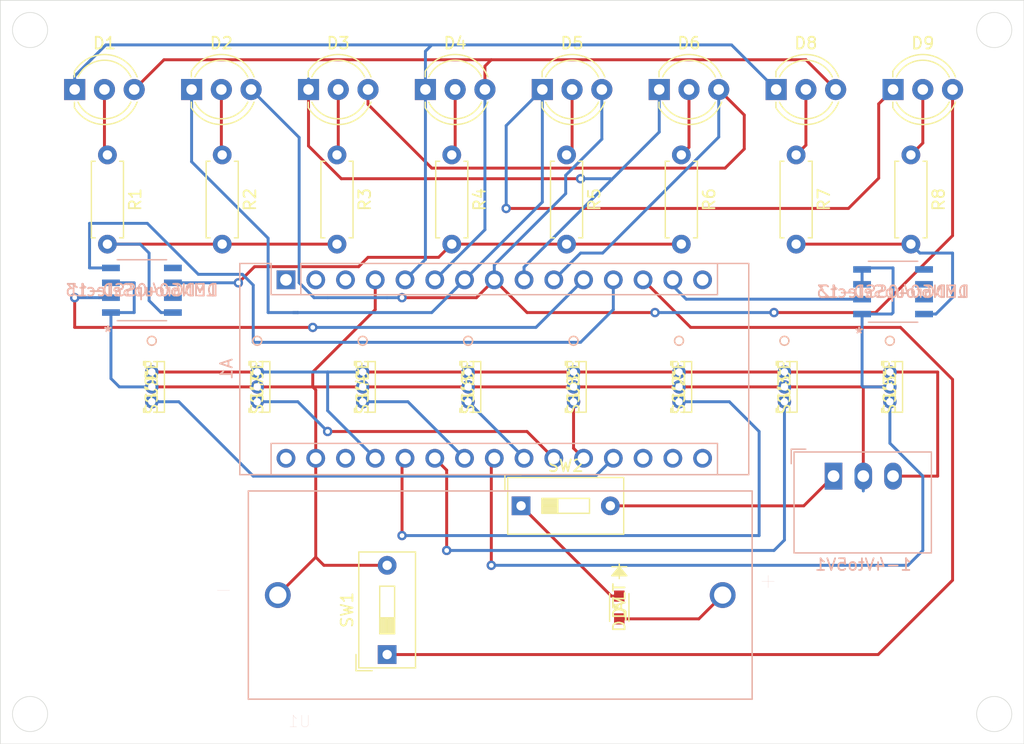
<source format=kicad_pcb>
(kicad_pcb (version 20171130) (host pcbnew "(5.1.10)-1")

  (general
    (thickness 1.6)
    (drawings 8)
    (tracks 248)
    (zones 0)
    (modules 32)
    (nets 35)
  )

  (page A4)
  (layers
    (0 F.Cu signal)
    (31 B.Cu signal)
    (32 B.Adhes user)
    (33 F.Adhes user)
    (34 B.Paste user)
    (35 F.Paste user)
    (36 B.SilkS user)
    (37 F.SilkS user)
    (38 B.Mask user)
    (39 F.Mask user)
    (40 Dwgs.User user)
    (41 Cmts.User user)
    (42 Eco1.User user)
    (43 Eco2.User user)
    (44 Edge.Cuts user)
    (45 Margin user)
    (46 B.CrtYd user)
    (47 F.CrtYd user)
    (48 B.Fab user)
    (49 F.Fab user)
  )

  (setup
    (last_trace_width 0.25)
    (trace_clearance 0.2)
    (zone_clearance 0.508)
    (zone_45_only no)
    (trace_min 0.2)
    (via_size 0.8)
    (via_drill 0.4)
    (via_min_size 0.4)
    (via_min_drill 0.3)
    (uvia_size 0.3)
    (uvia_drill 0.1)
    (uvias_allowed no)
    (uvia_min_size 0.2)
    (uvia_min_drill 0.1)
    (edge_width 0.05)
    (segment_width 0.2)
    (pcb_text_width 0.3)
    (pcb_text_size 1.5 1.5)
    (mod_edge_width 0.12)
    (mod_text_size 1 1)
    (mod_text_width 0.15)
    (pad_size 1.524 1.524)
    (pad_drill 0.762)
    (pad_to_mask_clearance 0)
    (aux_axis_origin 0 0)
    (visible_elements 7FFFFFFF)
    (pcbplotparams
      (layerselection 0x010fc_ffffffff)
      (usegerberextensions true)
      (usegerberattributes false)
      (usegerberadvancedattributes false)
      (creategerberjobfile false)
      (excludeedgelayer true)
      (linewidth 0.100000)
      (plotframeref false)
      (viasonmask false)
      (mode 1)
      (useauxorigin false)
      (hpglpennumber 1)
      (hpglpenspeed 20)
      (hpglpendiameter 15.000000)
      (psnegative false)
      (psa4output false)
      (plotreference true)
      (plotvalue true)
      (plotinvisibletext false)
      (padsonsilk true)
      (subtractmaskfromsilk false)
      (outputformat 1)
      (mirror false)
      (drillshape 0)
      (scaleselection 1)
      (outputdirectory ""))
  )

  (net 0 "")
  (net 1 "Net-(1-4Vto5V1-Pad1)")
  (net 2 GND)
  (net 3 5V)
  (net 4 A0)
  (net 5 A1)
  (net 6 D2)
  (net 7 A2)
  (net 8 D3)
  (net 9 A3)
  (net 10 D4)
  (net 11 A4)
  (net 12 D5)
  (net 13 A5)
  (net 14 D6)
  (net 15 A6)
  (net 16 D7)
  (net 17 A7)
  (net 18 D8)
  (net 19 D9)
  (net 20 D10)
  (net 21 D11)
  (net 22 "Net-(D7-Pad2)")
  (net 23 "Net-(D7-Pad1)")
  (net 24 "Net-(LEDGroupSelect1-Pad6)")
  (net 25 "Net-(LEDGroupSelect1-Pad8)")
  (net 26 "Net-(LEDGroupSelect2-Pad8)")
  (net 27 "Net-(D1-Pad2)")
  (net 28 "Net-(D2-Pad2)")
  (net 29 "Net-(D3-Pad2)")
  (net 30 "Net-(D4-Pad2)")
  (net 31 "Net-(D5-Pad2)")
  (net 32 "Net-(D6-Pad2)")
  (net 33 "Net-(D8-Pad2)")
  (net 34 "Net-(D9-Pad2)")

  (net_class Default "This is the default net class."
    (clearance 0.2)
    (trace_width 0.25)
    (via_dia 0.8)
    (via_drill 0.4)
    (uvia_dia 0.3)
    (uvia_drill 0.1)
    (add_net 5V)
    (add_net A0)
    (add_net A1)
    (add_net A2)
    (add_net A3)
    (add_net A4)
    (add_net A5)
    (add_net A6)
    (add_net A7)
    (add_net D10)
    (add_net D11)
    (add_net D2)
    (add_net D3)
    (add_net D4)
    (add_net D5)
    (add_net D6)
    (add_net D7)
    (add_net D8)
    (add_net D9)
    (add_net GND)
    (add_net "Net-(1-4Vto5V1-Pad1)")
    (add_net "Net-(D1-Pad2)")
    (add_net "Net-(D2-Pad2)")
    (add_net "Net-(D3-Pad2)")
    (add_net "Net-(D4-Pad2)")
    (add_net "Net-(D5-Pad2)")
    (add_net "Net-(D6-Pad2)")
    (add_net "Net-(D7-Pad1)")
    (add_net "Net-(D7-Pad2)")
    (add_net "Net-(D8-Pad2)")
    (add_net "Net-(D9-Pad2)")
    (add_net "Net-(LEDGroupSelect1-Pad6)")
    (add_net "Net-(LEDGroupSelect1-Pad8)")
    (add_net "Net-(LEDGroupSelect2-Pad8)")
  )

  (module 8MagnetTester4Filter:DMN6040SSS-13 (layer B.Cu) (tedit 0) (tstamp 60CC62FC)
    (at 113.688398 85.725)
    (path /60D2248E)
    (fp_text reference LEDGroupSelect1 (at 0 0) (layer B.SilkS)
      (effects (font (size 1 1) (thickness 0.15)) (justify mirror))
    )
    (fp_text value DMN6040SSD-13 (at 0 0) (layer B.SilkS)
      (effects (font (size 1 1) (thickness 0.15)) (justify mirror))
    )
    (fp_line (start -2.2352 -2.4384) (end -3.6596 -2.4384) (layer B.CrtYd) (width 0.05))
    (fp_line (start -2.2352 -2.7305) (end -2.2352 -2.4384) (layer B.CrtYd) (width 0.05))
    (fp_line (start 2.2352 -2.7305) (end -2.2352 -2.7305) (layer B.CrtYd) (width 0.05))
    (fp_line (start 2.2352 -2.4384) (end 2.2352 -2.7305) (layer B.CrtYd) (width 0.05))
    (fp_line (start 3.6596 -2.4384) (end 2.2352 -2.4384) (layer B.CrtYd) (width 0.05))
    (fp_line (start 3.6596 2.4384) (end 3.6596 -2.4384) (layer B.CrtYd) (width 0.05))
    (fp_line (start 2.2352 2.4384) (end 3.6596 2.4384) (layer B.CrtYd) (width 0.05))
    (fp_line (start 2.2352 2.7305) (end 2.2352 2.4384) (layer B.CrtYd) (width 0.05))
    (fp_line (start -2.2352 2.7305) (end 2.2352 2.7305) (layer B.CrtYd) (width 0.05))
    (fp_line (start -2.2352 2.4384) (end -2.2352 2.7305) (layer B.CrtYd) (width 0.05))
    (fp_line (start -3.6596 2.4384) (end -2.2352 2.4384) (layer B.CrtYd) (width 0.05))
    (fp_line (start -3.6596 -2.4384) (end -3.6596 2.4384) (layer B.CrtYd) (width 0.05))
    (fp_line (start -1.9812 2.4765) (end -1.9812 -2.4765) (layer B.Fab) (width 0.1))
    (fp_line (start 1.9812 2.4765) (end -1.9812 2.4765) (layer B.Fab) (width 0.1))
    (fp_line (start 1.9812 -2.4765) (end 1.9812 2.4765) (layer B.Fab) (width 0.1))
    (fp_line (start -1.9812 -2.4765) (end 1.9812 -2.4765) (layer B.Fab) (width 0.1))
    (fp_line (start 2.1082 2.6035) (end -2.1082 2.6035) (layer B.SilkS) (width 0.12))
    (fp_line (start -2.1082 -2.6035) (end 2.1082 -2.6035) (layer B.SilkS) (width 0.12))
    (fp_line (start 3.05 2.159) (end 1.9812 2.159) (layer B.Fab) (width 0.1))
    (fp_line (start 3.05 1.651) (end 3.05 2.159) (layer B.Fab) (width 0.1))
    (fp_line (start 1.9812 1.651) (end 3.05 1.651) (layer B.Fab) (width 0.1))
    (fp_line (start 1.9812 2.159) (end 1.9812 1.651) (layer B.Fab) (width 0.1))
    (fp_line (start 3.05 0.889) (end 1.9812 0.889) (layer B.Fab) (width 0.1))
    (fp_line (start 3.05 0.381) (end 3.05 0.889) (layer B.Fab) (width 0.1))
    (fp_line (start 1.9812 0.381) (end 3.05 0.381) (layer B.Fab) (width 0.1))
    (fp_line (start 1.9812 0.889) (end 1.9812 0.381) (layer B.Fab) (width 0.1))
    (fp_line (start 3.05 -0.381) (end 1.9812 -0.381) (layer B.Fab) (width 0.1))
    (fp_line (start 3.05 -0.889) (end 3.05 -0.381) (layer B.Fab) (width 0.1))
    (fp_line (start 1.9812 -0.889) (end 3.05 -0.889) (layer B.Fab) (width 0.1))
    (fp_line (start 1.9812 -0.381) (end 1.9812 -0.889) (layer B.Fab) (width 0.1))
    (fp_line (start 3.05 -1.651) (end 1.9812 -1.651) (layer B.Fab) (width 0.1))
    (fp_line (start 3.05 -2.159) (end 3.05 -1.651) (layer B.Fab) (width 0.1))
    (fp_line (start 1.9812 -2.159) (end 3.05 -2.159) (layer B.Fab) (width 0.1))
    (fp_line (start 1.9812 -1.651) (end 1.9812 -2.159) (layer B.Fab) (width 0.1))
    (fp_line (start -3.05 -2.159) (end -1.9812 -2.159) (layer B.Fab) (width 0.1))
    (fp_line (start -3.05 -1.651) (end -3.05 -2.159) (layer B.Fab) (width 0.1))
    (fp_line (start -1.9812 -1.651) (end -3.05 -1.651) (layer B.Fab) (width 0.1))
    (fp_line (start -1.9812 -2.159) (end -1.9812 -1.651) (layer B.Fab) (width 0.1))
    (fp_line (start -3.05 -0.889) (end -1.9812 -0.889) (layer B.Fab) (width 0.1))
    (fp_line (start -3.05 -0.381) (end -3.05 -0.889) (layer B.Fab) (width 0.1))
    (fp_line (start -1.9812 -0.381) (end -3.05 -0.381) (layer B.Fab) (width 0.1))
    (fp_line (start -1.9812 -0.889) (end -1.9812 -0.381) (layer B.Fab) (width 0.1))
    (fp_line (start -3.05 0.381) (end -1.9812 0.381) (layer B.Fab) (width 0.1))
    (fp_line (start -3.05 0.889) (end -3.05 0.381) (layer B.Fab) (width 0.1))
    (fp_line (start -1.9812 0.889) (end -3.05 0.889) (layer B.Fab) (width 0.1))
    (fp_line (start -1.9812 0.381) (end -1.9812 0.889) (layer B.Fab) (width 0.1))
    (fp_line (start -3.05 1.651) (end -1.9812 1.651) (layer B.Fab) (width 0.1))
    (fp_line (start -3.05 2.159) (end -3.05 1.651) (layer B.Fab) (width 0.1))
    (fp_line (start -1.9812 2.159) (end -3.05 2.159) (layer B.Fab) (width 0.1))
    (fp_line (start -1.9812 1.651) (end -1.9812 2.159) (layer B.Fab) (width 0.1))
    (fp_text user "Copyright 2021 Accelerated Designs. All rights reserved." (at 0 0) (layer Cmts.User)
      (effects (font (size 0.127 0.127) (thickness 0.002)))
    )
    (fp_text user * (at -2.8976 3.6068) (layer B.SilkS)
      (effects (font (size 1 1) (thickness 0.15)) (justify mirror))
    )
    (fp_text user * (at -1.6002 2.4003) (layer B.Fab)
      (effects (font (size 1 1) (thickness 0.15)) (justify mirror))
    )
    (fp_text user * (at -2.8976 3.6068) (layer B.SilkS)
      (effects (font (size 1 1) (thickness 0.15)) (justify mirror))
    )
    (fp_text user * (at -1.6002 2.4003) (layer B.Fab)
      (effects (font (size 1 1) (thickness 0.15)) (justify mirror))
    )
    (fp_arc (start 0 2.4765) (end 0.3048 2.4765) (angle -180) (layer B.Fab) (width 0.1))
    (pad 1 smd rect (at -2.643602 1.905) (size 1.524 0.5588) (layers B.Cu B.Paste B.Mask)
      (net 2 GND))
    (pad 2 smd rect (at -2.643602 0.635) (size 1.524 0.5588) (layers B.Cu B.Paste B.Mask)
      (net 18 D8))
    (pad 3 smd rect (at -2.643602 -0.635) (size 1.524 0.5588) (layers B.Cu B.Paste B.Mask)
      (net 2 GND))
    (pad 4 smd rect (at -2.643602 -1.905) (size 1.524 0.5588) (layers B.Cu B.Paste B.Mask)
      (net 19 D9))
    (pad 5 smd rect (at 2.643602 -1.905) (size 1.524 0.5588) (layers B.Cu B.Paste B.Mask))
    (pad 6 smd rect (at 2.643602 -0.635) (size 1.524 0.5588) (layers B.Cu B.Paste B.Mask)
      (net 24 "Net-(LEDGroupSelect1-Pad6)"))
    (pad 7 smd rect (at 2.643602 0.635) (size 1.524 0.5588) (layers B.Cu B.Paste B.Mask))
    (pad 8 smd rect (at 2.643602 1.905) (size 1.524 0.5588) (layers B.Cu B.Paste B.Mask)
      (net 25 "Net-(LEDGroupSelect1-Pad8)"))
  )

  (module 8MagnetTester4Filter:BAT_BH123A (layer B.Cu) (tedit 60CBF877) (tstamp 60CC6599)
    (at 144.272 111.76)
    (path /60E21D2F)
    (fp_text reference U1 (at -17.145 10.795) (layer B.SilkS)
      (effects (font (size 1 1) (thickness 0.015)) (justify mirror))
    )
    (fp_text value BatteryHolder (at -13.97 -10.795) (layer B.Fab)
      (effects (font (size 1 1) (thickness 0.015)) (justify mirror))
    )
    (fp_line (start -21.5 8.89) (end 21.5 8.89) (layer B.Fab) (width 0.127))
    (fp_line (start 21.5 8.89) (end 21.5 -8.89) (layer B.Fab) (width 0.127))
    (fp_line (start 21.5 -8.89) (end -21.5 -8.89) (layer B.Fab) (width 0.127))
    (fp_line (start -21.5 -8.89) (end -21.5 8.89) (layer B.Fab) (width 0.127))
    (fp_line (start -21.5 8.89) (end 21.5 8.89) (layer B.SilkS) (width 0.127))
    (fp_line (start -21.5 -8.89) (end -21.5 8.89) (layer B.SilkS) (width 0.127))
    (fp_line (start 21.5 -8.89) (end -21.5 -8.89) (layer B.SilkS) (width 0.127))
    (fp_line (start 21.5 8.89) (end 21.5 -8.89) (layer B.SilkS) (width 0.127))
    (fp_line (start -21.75 9.14) (end 21.75 9.14) (layer B.CrtYd) (width 0.05))
    (fp_line (start 21.75 9.14) (end 21.75 -9.14) (layer B.CrtYd) (width 0.05))
    (fp_line (start 21.75 -9.14) (end -21.75 -9.14) (layer B.CrtYd) (width 0.05))
    (fp_line (start -21.75 -9.14) (end -21.75 9.14) (layer B.CrtYd) (width 0.05))
    (fp_text user - (at -23.622 -0.508) (layer B.Fab)
      (effects (font (size 1.4 1.4) (thickness 0.015)) (justify mirror))
    )
    (fp_text user - (at -23.622 -0.508) (layer B.SilkS)
      (effects (font (size 1.4 1.4) (thickness 0.015)) (justify mirror))
    )
    (fp_text user + (at 22.86 -1.27) (layer B.Fab)
      (effects (font (size 1.4 1.4) (thickness 0.015)) (justify mirror))
    )
    (fp_text user + (at 22.86 -1.27) (layer B.SilkS)
      (effects (font (size 1.4 1.4) (thickness 0.015)) (justify mirror))
    )
    (pad None np_thru_hole circle (at 19.58 -6.37) (size 1.27 1.27) (drill 1.27) (layers *.Cu *.Mask))
    (pad 2 thru_hole circle (at 18.985 0) (size 2.205 2.205) (drill 1.47) (layers *.Cu *.Mask)
      (net 22 "Net-(D7-Pad2)"))
    (pad 1 thru_hole circle (at -18.985 0) (size 2.205 2.205) (drill 1.47) (layers *.Cu *.Mask)
      (net 2 GND))
  )

  (module Module:Arduino_Nano (layer B.Cu) (tedit 58ACAF70) (tstamp 60CC61DC)
    (at 125.984 84.836 270)
    (descr "Arduino Nano, http://www.mouser.com/pdfdocs/Gravitech_Arduino_Nano3_0.pdf")
    (tags "Arduino Nano")
    (path /60CB9367)
    (fp_text reference A1 (at 7.62 5.08 270) (layer B.SilkS)
      (effects (font (size 1 1) (thickness 0.15)) (justify mirror))
    )
    (fp_text value Arduino_Nano_v2.x (at 8.89 -19.05) (layer B.Fab)
      (effects (font (size 1 1) (thickness 0.15)) (justify mirror))
    )
    (fp_line (start 1.27 -1.27) (end 1.27 1.27) (layer B.SilkS) (width 0.12))
    (fp_line (start 1.27 1.27) (end -1.4 1.27) (layer B.SilkS) (width 0.12))
    (fp_line (start -1.4 -1.27) (end -1.4 -39.5) (layer B.SilkS) (width 0.12))
    (fp_line (start -1.4 3.94) (end -1.4 1.27) (layer B.SilkS) (width 0.12))
    (fp_line (start 13.97 1.27) (end 16.64 1.27) (layer B.SilkS) (width 0.12))
    (fp_line (start 13.97 1.27) (end 13.97 -36.83) (layer B.SilkS) (width 0.12))
    (fp_line (start 13.97 -36.83) (end 16.64 -36.83) (layer B.SilkS) (width 0.12))
    (fp_line (start 1.27 -1.27) (end -1.4 -1.27) (layer B.SilkS) (width 0.12))
    (fp_line (start 1.27 -1.27) (end 1.27 -36.83) (layer B.SilkS) (width 0.12))
    (fp_line (start 1.27 -36.83) (end -1.4 -36.83) (layer B.SilkS) (width 0.12))
    (fp_line (start 3.81 -31.75) (end 11.43 -31.75) (layer B.Fab) (width 0.1))
    (fp_line (start 11.43 -31.75) (end 11.43 -41.91) (layer B.Fab) (width 0.1))
    (fp_line (start 11.43 -41.91) (end 3.81 -41.91) (layer B.Fab) (width 0.1))
    (fp_line (start 3.81 -41.91) (end 3.81 -31.75) (layer B.Fab) (width 0.1))
    (fp_line (start -1.4 -39.5) (end 16.64 -39.5) (layer B.SilkS) (width 0.12))
    (fp_line (start 16.64 -39.5) (end 16.64 3.94) (layer B.SilkS) (width 0.12))
    (fp_line (start 16.64 3.94) (end -1.4 3.94) (layer B.SilkS) (width 0.12))
    (fp_line (start 16.51 -39.37) (end -1.27 -39.37) (layer B.Fab) (width 0.1))
    (fp_line (start -1.27 -39.37) (end -1.27 2.54) (layer B.Fab) (width 0.1))
    (fp_line (start -1.27 2.54) (end 0 3.81) (layer B.Fab) (width 0.1))
    (fp_line (start 0 3.81) (end 16.51 3.81) (layer B.Fab) (width 0.1))
    (fp_line (start 16.51 3.81) (end 16.51 -39.37) (layer B.Fab) (width 0.1))
    (fp_line (start -1.53 4.06) (end 16.75 4.06) (layer B.CrtYd) (width 0.05))
    (fp_line (start -1.53 4.06) (end -1.53 -42.16) (layer B.CrtYd) (width 0.05))
    (fp_line (start 16.75 -42.16) (end 16.75 4.06) (layer B.CrtYd) (width 0.05))
    (fp_line (start 16.75 -42.16) (end -1.53 -42.16) (layer B.CrtYd) (width 0.05))
    (fp_text user %R (at 6.35 -19.05) (layer B.Fab)
      (effects (font (size 1 1) (thickness 0.15)) (justify mirror))
    )
    (pad 1 thru_hole rect (at 0 0 270) (size 1.6 1.6) (drill 1) (layers *.Cu *.Mask))
    (pad 17 thru_hole oval (at 15.24 -33.02 270) (size 1.6 1.6) (drill 1) (layers *.Cu *.Mask))
    (pad 2 thru_hole oval (at 0 -2.54 270) (size 1.6 1.6) (drill 1) (layers *.Cu *.Mask))
    (pad 18 thru_hole oval (at 15.24 -30.48 270) (size 1.6 1.6) (drill 1) (layers *.Cu *.Mask))
    (pad 3 thru_hole oval (at 0 -5.08 270) (size 1.6 1.6) (drill 1) (layers *.Cu *.Mask))
    (pad 19 thru_hole oval (at 15.24 -27.94 270) (size 1.6 1.6) (drill 1) (layers *.Cu *.Mask)
      (net 4 A0))
    (pad 4 thru_hole oval (at 0 -7.62 270) (size 1.6 1.6) (drill 1) (layers *.Cu *.Mask)
      (net 2 GND))
    (pad 20 thru_hole oval (at 15.24 -25.4 270) (size 1.6 1.6) (drill 1) (layers *.Cu *.Mask)
      (net 5 A1))
    (pad 5 thru_hole oval (at 0 -10.16 270) (size 1.6 1.6) (drill 1) (layers *.Cu *.Mask)
      (net 6 D2))
    (pad 21 thru_hole oval (at 15.24 -22.86 270) (size 1.6 1.6) (drill 1) (layers *.Cu *.Mask)
      (net 7 A2))
    (pad 6 thru_hole oval (at 0 -12.7 270) (size 1.6 1.6) (drill 1) (layers *.Cu *.Mask)
      (net 8 D3))
    (pad 22 thru_hole oval (at 15.24 -20.32 270) (size 1.6 1.6) (drill 1) (layers *.Cu *.Mask)
      (net 9 A3))
    (pad 7 thru_hole oval (at 0 -15.24 270) (size 1.6 1.6) (drill 1) (layers *.Cu *.Mask)
      (net 10 D4))
    (pad 23 thru_hole oval (at 15.24 -17.78 270) (size 1.6 1.6) (drill 1) (layers *.Cu *.Mask)
      (net 11 A4))
    (pad 8 thru_hole oval (at 0 -17.78 270) (size 1.6 1.6) (drill 1) (layers *.Cu *.Mask)
      (net 12 D5))
    (pad 24 thru_hole oval (at 15.24 -15.24 270) (size 1.6 1.6) (drill 1) (layers *.Cu *.Mask)
      (net 13 A5))
    (pad 9 thru_hole oval (at 0 -20.32 270) (size 1.6 1.6) (drill 1) (layers *.Cu *.Mask)
      (net 14 D6))
    (pad 25 thru_hole oval (at 15.24 -12.7 270) (size 1.6 1.6) (drill 1) (layers *.Cu *.Mask)
      (net 15 A6))
    (pad 10 thru_hole oval (at 0 -22.86 270) (size 1.6 1.6) (drill 1) (layers *.Cu *.Mask)
      (net 16 D7))
    (pad 26 thru_hole oval (at 15.24 -10.16 270) (size 1.6 1.6) (drill 1) (layers *.Cu *.Mask)
      (net 17 A7))
    (pad 11 thru_hole oval (at 0 -25.4 270) (size 1.6 1.6) (drill 1) (layers *.Cu *.Mask)
      (net 18 D8))
    (pad 27 thru_hole oval (at 15.24 -7.62 270) (size 1.6 1.6) (drill 1) (layers *.Cu *.Mask)
      (net 3 5V))
    (pad 12 thru_hole oval (at 0 -27.94 270) (size 1.6 1.6) (drill 1) (layers *.Cu *.Mask)
      (net 19 D9))
    (pad 28 thru_hole oval (at 15.24 -5.08 270) (size 1.6 1.6) (drill 1) (layers *.Cu *.Mask))
    (pad 13 thru_hole oval (at 0 -30.48 270) (size 1.6 1.6) (drill 1) (layers *.Cu *.Mask)
      (net 20 D10))
    (pad 29 thru_hole oval (at 15.24 -2.54 270) (size 1.6 1.6) (drill 1) (layers *.Cu *.Mask)
      (net 2 GND))
    (pad 14 thru_hole oval (at 0 -33.02 270) (size 1.6 1.6) (drill 1) (layers *.Cu *.Mask)
      (net 21 D11))
    (pad 30 thru_hole oval (at 15.24 0 270) (size 1.6 1.6) (drill 1) (layers *.Cu *.Mask))
    (pad 15 thru_hole oval (at 0 -35.56 270) (size 1.6 1.6) (drill 1) (layers *.Cu *.Mask))
    (pad 16 thru_hole oval (at 15.24 -35.56 270) (size 1.6 1.6) (drill 1) (layers *.Cu *.Mask))
    (model ${KISYS3DMOD}/Module.3dshapes/Arduino_Nano_WithMountingHoles.wrl
      (at (xyz 0 0 0))
      (scale (xyz 1 1 1))
      (rotate (xyz 0 0 0))
    )
  )

  (module Converter_DCDC:Converter_DCDC_RECOM_R-78E-0.5_THT (layer B.Cu) (tedit 5B741BB0) (tstamp 60CC619F)
    (at 172.72 101.6)
    (descr "DCDC-Converter, RECOM, RECOM_R-78E-0.5, SIP-3, pitch 2.54mm, package size 11.6x8.5x10.4mm^3, https://www.recom-power.com/pdf/Innoline/R-78Exx-0.5.pdf")
    (tags "dc-dc recom buck sip-3 pitch 2.54mm")
    (path /60DF1566)
    (fp_text reference 1-4Vto5V1 (at 2.54 7.56) (layer B.SilkS)
      (effects (font (size 1 1) (thickness 0.15)) (justify mirror))
    )
    (fp_text value StepUpConverter (at 2.54 -3) (layer B.Fab)
      (effects (font (size 1 1) (thickness 0.15)) (justify mirror))
    )
    (fp_line (start 8.54 6.75) (end -3.57 6.75) (layer B.CrtYd) (width 0.05))
    (fp_line (start 8.54 -2.25) (end 8.54 6.75) (layer B.CrtYd) (width 0.05))
    (fp_line (start -3.57 -2.25) (end 8.54 -2.25) (layer B.CrtYd) (width 0.05))
    (fp_line (start -3.57 6.75) (end -3.57 -2.25) (layer B.CrtYd) (width 0.05))
    (fp_line (start -3.611 -2.3) (end -2.371 -2.3) (layer B.SilkS) (width 0.12))
    (fp_line (start -3.611 -1.06) (end -3.611 -2.3) (layer B.SilkS) (width 0.12))
    (fp_line (start 8.35 6.56) (end 8.35 -2.06) (layer B.SilkS) (width 0.12))
    (fp_line (start -3.371 6.56) (end -3.371 -2.06) (layer B.SilkS) (width 0.12))
    (fp_line (start -3.371 -2.06) (end 8.35 -2.06) (layer B.SilkS) (width 0.12))
    (fp_line (start -3.371 6.56) (end 8.35 6.56) (layer B.SilkS) (width 0.12))
    (fp_line (start -3.31 -1) (end -3.31 6.5) (layer B.Fab) (width 0.1))
    (fp_line (start -2.31 -2) (end -3.31 -1) (layer B.Fab) (width 0.1))
    (fp_line (start 8.29 -2) (end -2.31 -2) (layer B.Fab) (width 0.1))
    (fp_line (start 8.29 6.5) (end 8.29 -2) (layer B.Fab) (width 0.1))
    (fp_line (start -3.31 6.5) (end 8.29 6.5) (layer B.Fab) (width 0.1))
    (fp_text user %R (at 2.54 2.25) (layer B.Fab)
      (effects (font (size 1 1) (thickness 0.15)) (justify mirror))
    )
    (pad 3 thru_hole oval (at 5.08 0) (size 1.5 2.3) (drill 1) (layers *.Cu *.Mask)
      (net 3 5V))
    (pad 2 thru_hole oval (at 2.54 0) (size 1.5 2.3) (drill 1) (layers *.Cu *.Mask)
      (net 2 GND))
    (pad 1 thru_hole rect (at 0 0) (size 1.5 2.3) (drill 1) (layers *.Cu *.Mask)
      (net 1 "Net-(1-4Vto5V1-Pad1)"))
    (model ${KISYS3DMOD}/Converter_DCDC.3dshapes/Converter_DCDC_RECOM_R-78E-0.5_THT.wrl
      (at (xyz 0 0 0))
      (scale (xyz 1 1 1))
      (rotate (xyz 0 0 0))
    )
  )

  (module LED_THT:LED_D5.0mm-3 (layer F.Cu) (tedit 587A3A7B) (tstamp 60CC62B4)
    (at 177.8 68.58)
    (descr "LED, diameter 5.0mm, 2 pins, diameter 5.0mm, 3 pins, http://www.kingbright.com/attachments/file/psearch/000/00/00/L-59EGC(Ver.17A).pdf")
    (tags "LED diameter 5.0mm 2 pins diameter 5.0mm 3 pins")
    (path /60F0263D)
    (fp_text reference D9 (at 2.54 -3.96) (layer F.SilkS)
      (effects (font (size 1 1) (thickness 0.15)))
    )
    (fp_text value LED_Dual_AAC (at 2.54 3.96) (layer F.Fab)
      (effects (font (size 1 1) (thickness 0.15)))
    )
    (fp_circle (center 2.54 0) (end 5.04 0) (layer F.Fab) (width 0.1))
    (fp_line (start 0.04 -1.469694) (end 0.04 1.469694) (layer F.Fab) (width 0.1))
    (fp_line (start -0.02 -1.545) (end -0.02 -1.08) (layer F.SilkS) (width 0.12))
    (fp_line (start -0.02 1.08) (end -0.02 1.545) (layer F.SilkS) (width 0.12))
    (fp_line (start -1.15 -3.25) (end -1.15 3.25) (layer F.CrtYd) (width 0.05))
    (fp_line (start -1.15 3.25) (end 6.25 3.25) (layer F.CrtYd) (width 0.05))
    (fp_line (start 6.25 3.25) (end 6.25 -3.25) (layer F.CrtYd) (width 0.05))
    (fp_line (start 6.25 -3.25) (end -1.15 -3.25) (layer F.CrtYd) (width 0.05))
    (fp_arc (start 2.54 0) (end 0.04 -1.469694) (angle 299.1) (layer F.Fab) (width 0.1))
    (fp_arc (start 2.54 0) (end -0.02 -1.54483) (angle 127.7) (layer F.SilkS) (width 0.12))
    (fp_arc (start 2.54 0) (end -0.02 1.54483) (angle -127.7) (layer F.SilkS) (width 0.12))
    (fp_arc (start 2.54 0) (end 0.285316 -1.08) (angle 128.8) (layer F.SilkS) (width 0.12))
    (fp_arc (start 2.54 0) (end 0.285316 1.08) (angle -128.8) (layer F.SilkS) (width 0.12))
    (pad 1 thru_hole rect (at 0 0) (size 1.8 1.8) (drill 0.9) (layers *.Cu *.Mask)
      (net 10 D4))
    (pad 2 thru_hole circle (at 2.54 0) (size 1.8 1.8) (drill 0.9) (layers *.Cu *.Mask)
      (net 34 "Net-(D9-Pad2)"))
    (pad 3 thru_hole circle (at 5.08 0) (size 1.8 1.8) (drill 0.9) (layers *.Cu *.Mask)
      (net 12 D5))
    (model ${KISYS3DMOD}/LED_THT.3dshapes/LED_D5.0mm-3.wrl
      (at (xyz 0 0 0))
      (scale (xyz 1 1 1))
      (rotate (xyz 0 0 0))
    )
  )

  (module LED_THT:LED_D5.0mm-3 (layer F.Cu) (tedit 587A3A7B) (tstamp 60CC61F0)
    (at 107.95 68.58)
    (descr "LED, diameter 5.0mm, 2 pins, diameter 5.0mm, 3 pins, http://www.kingbright.com/attachments/file/psearch/000/00/00/L-59EGC(Ver.17A).pdf")
    (tags "LED diameter 5.0mm 2 pins diameter 5.0mm 3 pins")
    (path /60EF1F3B)
    (fp_text reference D1 (at 2.54 -3.96) (layer F.SilkS)
      (effects (font (size 1 1) (thickness 0.15)))
    )
    (fp_text value LED_Dual_AAC (at 2.54 3.96) (layer F.Fab)
      (effects (font (size 1 1) (thickness 0.15)))
    )
    (fp_circle (center 2.54 0) (end 5.04 0) (layer F.Fab) (width 0.1))
    (fp_line (start 0.04 -1.469694) (end 0.04 1.469694) (layer F.Fab) (width 0.1))
    (fp_line (start -0.02 -1.545) (end -0.02 -1.08) (layer F.SilkS) (width 0.12))
    (fp_line (start -0.02 1.08) (end -0.02 1.545) (layer F.SilkS) (width 0.12))
    (fp_line (start -1.15 -3.25) (end -1.15 3.25) (layer F.CrtYd) (width 0.05))
    (fp_line (start -1.15 3.25) (end 6.25 3.25) (layer F.CrtYd) (width 0.05))
    (fp_line (start 6.25 3.25) (end 6.25 -3.25) (layer F.CrtYd) (width 0.05))
    (fp_line (start 6.25 -3.25) (end -1.15 -3.25) (layer F.CrtYd) (width 0.05))
    (fp_arc (start 2.54 0) (end 0.04 -1.469694) (angle 299.1) (layer F.Fab) (width 0.1))
    (fp_arc (start 2.54 0) (end -0.02 -1.54483) (angle 127.7) (layer F.SilkS) (width 0.12))
    (fp_arc (start 2.54 0) (end -0.02 1.54483) (angle -127.7) (layer F.SilkS) (width 0.12))
    (fp_arc (start 2.54 0) (end 0.285316 -1.08) (angle 128.8) (layer F.SilkS) (width 0.12))
    (fp_arc (start 2.54 0) (end 0.285316 1.08) (angle -128.8) (layer F.SilkS) (width 0.12))
    (pad 1 thru_hole rect (at 0 0) (size 1.8 1.8) (drill 0.9) (layers *.Cu *.Mask)
      (net 6 D2))
    (pad 2 thru_hole circle (at 2.54 0) (size 1.8 1.8) (drill 0.9) (layers *.Cu *.Mask)
      (net 27 "Net-(D1-Pad2)"))
    (pad 3 thru_hole circle (at 5.08 0) (size 1.8 1.8) (drill 0.9) (layers *.Cu *.Mask)
      (net 8 D3))
    (model ${KISYS3DMOD}/LED_THT.3dshapes/LED_D5.0mm-3.wrl
      (at (xyz 0 0 0))
      (scale (xyz 1 1 1))
      (rotate (xyz 0 0 0))
    )
  )

  (module LED_THT:LED_D5.0mm-3 (layer F.Cu) (tedit 587A3A7B) (tstamp 60CC6204)
    (at 117.928571 68.58)
    (descr "LED, diameter 5.0mm, 2 pins, diameter 5.0mm, 3 pins, http://www.kingbright.com/attachments/file/psearch/000/00/00/L-59EGC(Ver.17A).pdf")
    (tags "LED diameter 5.0mm 2 pins diameter 5.0mm 3 pins")
    (path /60EFAD69)
    (fp_text reference D2 (at 2.54 -3.96) (layer F.SilkS)
      (effects (font (size 1 1) (thickness 0.15)))
    )
    (fp_text value LED_Dual_AAC (at 2.54 3.96) (layer F.Fab)
      (effects (font (size 1 1) (thickness 0.15)))
    )
    (fp_line (start 6.25 -3.25) (end -1.15 -3.25) (layer F.CrtYd) (width 0.05))
    (fp_line (start 6.25 3.25) (end 6.25 -3.25) (layer F.CrtYd) (width 0.05))
    (fp_line (start -1.15 3.25) (end 6.25 3.25) (layer F.CrtYd) (width 0.05))
    (fp_line (start -1.15 -3.25) (end -1.15 3.25) (layer F.CrtYd) (width 0.05))
    (fp_line (start -0.02 1.08) (end -0.02 1.545) (layer F.SilkS) (width 0.12))
    (fp_line (start -0.02 -1.545) (end -0.02 -1.08) (layer F.SilkS) (width 0.12))
    (fp_line (start 0.04 -1.469694) (end 0.04 1.469694) (layer F.Fab) (width 0.1))
    (fp_circle (center 2.54 0) (end 5.04 0) (layer F.Fab) (width 0.1))
    (fp_arc (start 2.54 0) (end 0.285316 1.08) (angle -128.8) (layer F.SilkS) (width 0.12))
    (fp_arc (start 2.54 0) (end 0.285316 -1.08) (angle 128.8) (layer F.SilkS) (width 0.12))
    (fp_arc (start 2.54 0) (end -0.02 1.54483) (angle -127.7) (layer F.SilkS) (width 0.12))
    (fp_arc (start 2.54 0) (end -0.02 -1.54483) (angle 127.7) (layer F.SilkS) (width 0.12))
    (fp_arc (start 2.54 0) (end 0.04 -1.469694) (angle 299.1) (layer F.Fab) (width 0.1))
    (pad 3 thru_hole circle (at 5.08 0) (size 1.8 1.8) (drill 0.9) (layers *.Cu *.Mask)
      (net 12 D5))
    (pad 2 thru_hole circle (at 2.54 0) (size 1.8 1.8) (drill 0.9) (layers *.Cu *.Mask)
      (net 28 "Net-(D2-Pad2)"))
    (pad 1 thru_hole rect (at 0 0) (size 1.8 1.8) (drill 0.9) (layers *.Cu *.Mask)
      (net 10 D4))
    (model ${KISYS3DMOD}/LED_THT.3dshapes/LED_D5.0mm-3.wrl
      (at (xyz 0 0 0))
      (scale (xyz 1 1 1))
      (rotate (xyz 0 0 0))
    )
  )

  (module LED_THT:LED_D5.0mm-3 (layer F.Cu) (tedit 587A3A7B) (tstamp 60CC6218)
    (at 127.907142 68.58)
    (descr "LED, diameter 5.0mm, 2 pins, diameter 5.0mm, 3 pins, http://www.kingbright.com/attachments/file/psearch/000/00/00/L-59EGC(Ver.17A).pdf")
    (tags "LED diameter 5.0mm 2 pins diameter 5.0mm 3 pins")
    (path /60EFC094)
    (fp_text reference D3 (at 2.54 -3.96) (layer F.SilkS)
      (effects (font (size 1 1) (thickness 0.15)))
    )
    (fp_text value LED_Dual_AAC (at 2.54 3.96) (layer F.Fab)
      (effects (font (size 1 1) (thickness 0.15)))
    )
    (fp_circle (center 2.54 0) (end 5.04 0) (layer F.Fab) (width 0.1))
    (fp_line (start 0.04 -1.469694) (end 0.04 1.469694) (layer F.Fab) (width 0.1))
    (fp_line (start -0.02 -1.545) (end -0.02 -1.08) (layer F.SilkS) (width 0.12))
    (fp_line (start -0.02 1.08) (end -0.02 1.545) (layer F.SilkS) (width 0.12))
    (fp_line (start -1.15 -3.25) (end -1.15 3.25) (layer F.CrtYd) (width 0.05))
    (fp_line (start -1.15 3.25) (end 6.25 3.25) (layer F.CrtYd) (width 0.05))
    (fp_line (start 6.25 3.25) (end 6.25 -3.25) (layer F.CrtYd) (width 0.05))
    (fp_line (start 6.25 -3.25) (end -1.15 -3.25) (layer F.CrtYd) (width 0.05))
    (fp_arc (start 2.54 0) (end 0.04 -1.469694) (angle 299.1) (layer F.Fab) (width 0.1))
    (fp_arc (start 2.54 0) (end -0.02 -1.54483) (angle 127.7) (layer F.SilkS) (width 0.12))
    (fp_arc (start 2.54 0) (end -0.02 1.54483) (angle -127.7) (layer F.SilkS) (width 0.12))
    (fp_arc (start 2.54 0) (end 0.285316 -1.08) (angle 128.8) (layer F.SilkS) (width 0.12))
    (fp_arc (start 2.54 0) (end 0.285316 1.08) (angle -128.8) (layer F.SilkS) (width 0.12))
    (pad 1 thru_hole rect (at 0 0) (size 1.8 1.8) (drill 0.9) (layers *.Cu *.Mask)
      (net 14 D6))
    (pad 2 thru_hole circle (at 2.54 0) (size 1.8 1.8) (drill 0.9) (layers *.Cu *.Mask)
      (net 29 "Net-(D3-Pad2)"))
    (pad 3 thru_hole circle (at 5.08 0) (size 1.8 1.8) (drill 0.9) (layers *.Cu *.Mask)
      (net 16 D7))
    (model ${KISYS3DMOD}/LED_THT.3dshapes/LED_D5.0mm-3.wrl
      (at (xyz 0 0 0))
      (scale (xyz 1 1 1))
      (rotate (xyz 0 0 0))
    )
  )

  (module LED_THT:LED_D5.0mm-3 (layer F.Cu) (tedit 587A3A7B) (tstamp 60CC622C)
    (at 137.885713 68.58)
    (descr "LED, diameter 5.0mm, 2 pins, diameter 5.0mm, 3 pins, http://www.kingbright.com/attachments/file/psearch/000/00/00/L-59EGC(Ver.17A).pdf")
    (tags "LED diameter 5.0mm 2 pins diameter 5.0mm 3 pins")
    (path /60EFD734)
    (fp_text reference D4 (at 2.54 -3.96) (layer F.SilkS)
      (effects (font (size 1 1) (thickness 0.15)))
    )
    (fp_text value LED_Dual_AAC (at 2.54 3.96) (layer F.Fab)
      (effects (font (size 1 1) (thickness 0.15)))
    )
    (fp_line (start 6.25 -3.25) (end -1.15 -3.25) (layer F.CrtYd) (width 0.05))
    (fp_line (start 6.25 3.25) (end 6.25 -3.25) (layer F.CrtYd) (width 0.05))
    (fp_line (start -1.15 3.25) (end 6.25 3.25) (layer F.CrtYd) (width 0.05))
    (fp_line (start -1.15 -3.25) (end -1.15 3.25) (layer F.CrtYd) (width 0.05))
    (fp_line (start -0.02 1.08) (end -0.02 1.545) (layer F.SilkS) (width 0.12))
    (fp_line (start -0.02 -1.545) (end -0.02 -1.08) (layer F.SilkS) (width 0.12))
    (fp_line (start 0.04 -1.469694) (end 0.04 1.469694) (layer F.Fab) (width 0.1))
    (fp_circle (center 2.54 0) (end 5.04 0) (layer F.Fab) (width 0.1))
    (fp_arc (start 2.54 0) (end 0.285316 1.08) (angle -128.8) (layer F.SilkS) (width 0.12))
    (fp_arc (start 2.54 0) (end 0.285316 -1.08) (angle 128.8) (layer F.SilkS) (width 0.12))
    (fp_arc (start 2.54 0) (end -0.02 1.54483) (angle -127.7) (layer F.SilkS) (width 0.12))
    (fp_arc (start 2.54 0) (end -0.02 -1.54483) (angle 127.7) (layer F.SilkS) (width 0.12))
    (fp_arc (start 2.54 0) (end 0.04 -1.469694) (angle 299.1) (layer F.Fab) (width 0.1))
    (pad 3 thru_hole circle (at 5.08 0) (size 1.8 1.8) (drill 0.9) (layers *.Cu *.Mask)
      (net 8 D3))
    (pad 2 thru_hole circle (at 2.54 0) (size 1.8 1.8) (drill 0.9) (layers *.Cu *.Mask)
      (net 30 "Net-(D4-Pad2)"))
    (pad 1 thru_hole rect (at 0 0) (size 1.8 1.8) (drill 0.9) (layers *.Cu *.Mask)
      (net 6 D2))
    (model ${KISYS3DMOD}/LED_THT.3dshapes/LED_D5.0mm-3.wrl
      (at (xyz 0 0 0))
      (scale (xyz 1 1 1))
      (rotate (xyz 0 0 0))
    )
  )

  (module LED_THT:LED_D5.0mm-3 (layer F.Cu) (tedit 587A3A7B) (tstamp 60CC6240)
    (at 147.864284 68.58)
    (descr "LED, diameter 5.0mm, 2 pins, diameter 5.0mm, 3 pins, http://www.kingbright.com/attachments/file/psearch/000/00/00/L-59EGC(Ver.17A).pdf")
    (tags "LED diameter 5.0mm 2 pins diameter 5.0mm 3 pins")
    (path /60EFEB95)
    (fp_text reference D5 (at 2.54 -3.96) (layer F.SilkS)
      (effects (font (size 1 1) (thickness 0.15)))
    )
    (fp_text value LED_Dual_AAC (at 2.54 3.96) (layer F.Fab)
      (effects (font (size 1 1) (thickness 0.15)))
    )
    (fp_circle (center 2.54 0) (end 5.04 0) (layer F.Fab) (width 0.1))
    (fp_line (start 0.04 -1.469694) (end 0.04 1.469694) (layer F.Fab) (width 0.1))
    (fp_line (start -0.02 -1.545) (end -0.02 -1.08) (layer F.SilkS) (width 0.12))
    (fp_line (start -0.02 1.08) (end -0.02 1.545) (layer F.SilkS) (width 0.12))
    (fp_line (start -1.15 -3.25) (end -1.15 3.25) (layer F.CrtYd) (width 0.05))
    (fp_line (start -1.15 3.25) (end 6.25 3.25) (layer F.CrtYd) (width 0.05))
    (fp_line (start 6.25 3.25) (end 6.25 -3.25) (layer F.CrtYd) (width 0.05))
    (fp_line (start 6.25 -3.25) (end -1.15 -3.25) (layer F.CrtYd) (width 0.05))
    (fp_arc (start 2.54 0) (end 0.04 -1.469694) (angle 299.1) (layer F.Fab) (width 0.1))
    (fp_arc (start 2.54 0) (end -0.02 -1.54483) (angle 127.7) (layer F.SilkS) (width 0.12))
    (fp_arc (start 2.54 0) (end -0.02 1.54483) (angle -127.7) (layer F.SilkS) (width 0.12))
    (fp_arc (start 2.54 0) (end 0.285316 -1.08) (angle 128.8) (layer F.SilkS) (width 0.12))
    (fp_arc (start 2.54 0) (end 0.285316 1.08) (angle -128.8) (layer F.SilkS) (width 0.12))
    (pad 1 thru_hole rect (at 0 0) (size 1.8 1.8) (drill 0.9) (layers *.Cu *.Mask)
      (net 10 D4))
    (pad 2 thru_hole circle (at 2.54 0) (size 1.8 1.8) (drill 0.9) (layers *.Cu *.Mask)
      (net 31 "Net-(D5-Pad2)"))
    (pad 3 thru_hole circle (at 5.08 0) (size 1.8 1.8) (drill 0.9) (layers *.Cu *.Mask)
      (net 12 D5))
    (model ${KISYS3DMOD}/LED_THT.3dshapes/LED_D5.0mm-3.wrl
      (at (xyz 0 0 0))
      (scale (xyz 1 1 1))
      (rotate (xyz 0 0 0))
    )
  )

  (module LED_THT:LED_D5.0mm-3 (layer F.Cu) (tedit 587A3A7B) (tstamp 60CC6254)
    (at 157.842855 68.58)
    (descr "LED, diameter 5.0mm, 2 pins, diameter 5.0mm, 3 pins, http://www.kingbright.com/attachments/file/psearch/000/00/00/L-59EGC(Ver.17A).pdf")
    (tags "LED diameter 5.0mm 2 pins diameter 5.0mm 3 pins")
    (path /60EFFDA3)
    (fp_text reference D6 (at 2.54 -3.96) (layer F.SilkS)
      (effects (font (size 1 1) (thickness 0.15)))
    )
    (fp_text value LED_Dual_AAC (at 2.54 3.96) (layer F.Fab)
      (effects (font (size 1 1) (thickness 0.15)))
    )
    (fp_line (start 6.25 -3.25) (end -1.15 -3.25) (layer F.CrtYd) (width 0.05))
    (fp_line (start 6.25 3.25) (end 6.25 -3.25) (layer F.CrtYd) (width 0.05))
    (fp_line (start -1.15 3.25) (end 6.25 3.25) (layer F.CrtYd) (width 0.05))
    (fp_line (start -1.15 -3.25) (end -1.15 3.25) (layer F.CrtYd) (width 0.05))
    (fp_line (start -0.02 1.08) (end -0.02 1.545) (layer F.SilkS) (width 0.12))
    (fp_line (start -0.02 -1.545) (end -0.02 -1.08) (layer F.SilkS) (width 0.12))
    (fp_line (start 0.04 -1.469694) (end 0.04 1.469694) (layer F.Fab) (width 0.1))
    (fp_circle (center 2.54 0) (end 5.04 0) (layer F.Fab) (width 0.1))
    (fp_arc (start 2.54 0) (end 0.285316 1.08) (angle -128.8) (layer F.SilkS) (width 0.12))
    (fp_arc (start 2.54 0) (end 0.285316 -1.08) (angle 128.8) (layer F.SilkS) (width 0.12))
    (fp_arc (start 2.54 0) (end -0.02 1.54483) (angle -127.7) (layer F.SilkS) (width 0.12))
    (fp_arc (start 2.54 0) (end -0.02 -1.54483) (angle 127.7) (layer F.SilkS) (width 0.12))
    (fp_arc (start 2.54 0) (end 0.04 -1.469694) (angle 299.1) (layer F.Fab) (width 0.1))
    (pad 3 thru_hole circle (at 5.08 0) (size 1.8 1.8) (drill 0.9) (layers *.Cu *.Mask)
      (net 16 D7))
    (pad 2 thru_hole circle (at 2.54 0) (size 1.8 1.8) (drill 0.9) (layers *.Cu *.Mask)
      (net 32 "Net-(D6-Pad2)"))
    (pad 1 thru_hole rect (at 0 0) (size 1.8 1.8) (drill 0.9) (layers *.Cu *.Mask)
      (net 14 D6))
    (model ${KISYS3DMOD}/LED_THT.3dshapes/LED_D5.0mm-3.wrl
      (at (xyz 0 0 0))
      (scale (xyz 1 1 1))
      (rotate (xyz 0 0 0))
    )
  )

  (module 8MagnetTester4Filter:SD0805S020S1R0 (layer F.Cu) (tedit 0) (tstamp 60CC628C)
    (at 154.432 112.82045 270)
    (path /60CF80F3)
    (fp_text reference D7 (at 0 0 90) (layer F.SilkS)
      (effects (font (size 1 1) (thickness 0.15)))
    )
    (fp_text value D_ALT (at 0 0 90) (layer F.SilkS)
      (effects (font (size 1 1) (thickness 0.15)))
    )
    (fp_line (start -1.3081 0.6985) (end -1.7018 0.6985) (layer F.CrtYd) (width 0.05))
    (fp_line (start -1.3081 0.9525) (end -1.3081 0.6985) (layer F.CrtYd) (width 0.05))
    (fp_line (start 1.3081 0.9525) (end -1.3081 0.9525) (layer F.CrtYd) (width 0.05))
    (fp_line (start 1.3081 0.6985) (end 1.3081 0.9525) (layer F.CrtYd) (width 0.05))
    (fp_line (start 1.7018 0.6985) (end 1.3081 0.6985) (layer F.CrtYd) (width 0.05))
    (fp_line (start 1.7018 -0.6985) (end 1.7018 0.6985) (layer F.CrtYd) (width 0.05))
    (fp_line (start 1.3081 -0.6985) (end 1.7018 -0.6985) (layer F.CrtYd) (width 0.05))
    (fp_line (start 1.3081 -0.9525) (end 1.3081 -0.6985) (layer F.CrtYd) (width 0.05))
    (fp_line (start -1.3081 -0.9525) (end 1.3081 -0.9525) (layer F.CrtYd) (width 0.05))
    (fp_line (start -1.3081 -0.6985) (end -1.3081 -0.9525) (layer F.CrtYd) (width 0.05))
    (fp_line (start -1.7018 -0.6985) (end -1.3081 -0.6985) (layer F.CrtYd) (width 0.05))
    (fp_line (start -1.7018 0.6985) (end -1.7018 -0.6985) (layer F.CrtYd) (width 0.05))
    (fp_line (start -1.0541 -0.6985) (end -1.0541 0.6985) (layer F.Fab) (width 0.1))
    (fp_line (start 1.0541 -0.6985) (end -1.0541 -0.6985) (layer F.Fab) (width 0.1))
    (fp_line (start 1.0541 0.6985) (end 1.0541 -0.6985) (layer F.Fab) (width 0.1))
    (fp_line (start -1.0541 0.6985) (end 1.0541 0.6985) (layer F.Fab) (width 0.1))
    (fp_line (start 1.1811 -0.8255) (end -1.1811 -0.8255) (layer F.SilkS) (width 0.12))
    (fp_line (start -1.1811 0.8255) (end 1.1811 0.8255) (layer F.SilkS) (width 0.12))
    (fp_line (start -2.7178 -0.635) (end -2.7178 0.635) (layer F.SilkS) (width 0.12))
    (fp_line (start -3.4798 0) (end -2.7178 0.127) (layer F.SilkS) (width 0.12))
    (fp_line (start -3.4798 0) (end -2.7178 0.254) (layer F.SilkS) (width 0.12))
    (fp_line (start -3.4798 0) (end -2.7178 0.381) (layer F.SilkS) (width 0.12))
    (fp_line (start -3.4798 0) (end -2.7178 0.508) (layer F.SilkS) (width 0.12))
    (fp_line (start -3.4798 0) (end -2.7178 0.635) (layer F.SilkS) (width 0.12))
    (fp_line (start -3.4798 0) (end -2.7178 -0.127) (layer F.SilkS) (width 0.12))
    (fp_line (start -3.4798 0) (end -2.7178 -0.254) (layer F.SilkS) (width 0.12))
    (fp_line (start -3.4798 0) (end -2.7178 -0.381) (layer F.SilkS) (width 0.12))
    (fp_line (start -3.4798 0) (end -2.7178 -0.508) (layer F.SilkS) (width 0.12))
    (fp_line (start -3.4798 0) (end -2.7178 -0.635) (layer F.SilkS) (width 0.12))
    (fp_line (start -3.4798 -0.635) (end -3.4798 0.635) (layer F.SilkS) (width 0.12))
    (fp_line (start -2.4638 0) (end -3.7338 0) (layer F.SilkS) (width 0.12))
    (fp_line (start -2.7178 -0.635) (end -2.7178 0.635) (layer F.Fab) (width 0.1))
    (fp_line (start -3.4798 0) (end -2.7178 0.127) (layer F.Fab) (width 0.1))
    (fp_line (start -3.4798 0) (end -2.7178 0.254) (layer F.Fab) (width 0.1))
    (fp_line (start -3.4798 0) (end -2.7178 0.381) (layer F.Fab) (width 0.1))
    (fp_line (start -3.4798 0) (end -2.7178 0.508) (layer F.Fab) (width 0.1))
    (fp_line (start -3.4798 0) (end -2.7178 0.635) (layer F.Fab) (width 0.1))
    (fp_line (start -3.4798 0) (end -2.7178 -0.127) (layer F.Fab) (width 0.1))
    (fp_line (start -3.4798 0) (end -2.7178 -0.254) (layer F.Fab) (width 0.1))
    (fp_line (start -3.4798 0) (end -2.7178 -0.381) (layer F.Fab) (width 0.1))
    (fp_line (start -3.4798 0) (end -2.7178 -0.508) (layer F.Fab) (width 0.1))
    (fp_line (start -3.4798 0) (end -2.7178 -0.635) (layer F.Fab) (width 0.1))
    (fp_line (start -3.4798 -0.635) (end -3.4798 0.635) (layer F.Fab) (width 0.1))
    (fp_line (start -2.4638 0) (end -3.7338 0) (layer F.Fab) (width 0.1))
    (fp_text user "Copyright 2021 Accelerated Designs. All rights reserved." (at 0 0 90) (layer Cmts.User)
      (effects (font (size 0.127 0.127) (thickness 0.002)))
    )
    (fp_text user * (at 0 0 90) (layer F.SilkS)
      (effects (font (size 1 1) (thickness 0.15)))
    )
    (fp_text user * (at 0 0 90) (layer F.Fab)
      (effects (font (size 1 1) (thickness 0.15)))
    )
    (pad 1 smd rect (at -0.97155 0 270) (size 0.9525 0.889) (layers F.Cu F.Paste F.Mask)
      (net 23 "Net-(D7-Pad1)"))
    (pad 2 smd rect (at 0.97155 0 270) (size 0.9525 0.889) (layers F.Cu F.Paste F.Mask)
      (net 22 "Net-(D7-Pad2)"))
  )

  (module LED_THT:LED_D5.0mm-3 (layer F.Cu) (tedit 587A3A7B) (tstamp 60CC62A0)
    (at 167.821426 68.58)
    (descr "LED, diameter 5.0mm, 2 pins, diameter 5.0mm, 3 pins, http://www.kingbright.com/attachments/file/psearch/000/00/00/L-59EGC(Ver.17A).pdf")
    (tags "LED diameter 5.0mm 2 pins diameter 5.0mm 3 pins")
    (path /60F01290)
    (fp_text reference D8 (at 2.54 -3.96) (layer F.SilkS)
      (effects (font (size 1 1) (thickness 0.15)))
    )
    (fp_text value LED_Dual_AAC (at 2.54 3.96) (layer F.Fab)
      (effects (font (size 1 1) (thickness 0.15)))
    )
    (fp_line (start 6.25 -3.25) (end -1.15 -3.25) (layer F.CrtYd) (width 0.05))
    (fp_line (start 6.25 3.25) (end 6.25 -3.25) (layer F.CrtYd) (width 0.05))
    (fp_line (start -1.15 3.25) (end 6.25 3.25) (layer F.CrtYd) (width 0.05))
    (fp_line (start -1.15 -3.25) (end -1.15 3.25) (layer F.CrtYd) (width 0.05))
    (fp_line (start -0.02 1.08) (end -0.02 1.545) (layer F.SilkS) (width 0.12))
    (fp_line (start -0.02 -1.545) (end -0.02 -1.08) (layer F.SilkS) (width 0.12))
    (fp_line (start 0.04 -1.469694) (end 0.04 1.469694) (layer F.Fab) (width 0.1))
    (fp_circle (center 2.54 0) (end 5.04 0) (layer F.Fab) (width 0.1))
    (fp_arc (start 2.54 0) (end 0.285316 1.08) (angle -128.8) (layer F.SilkS) (width 0.12))
    (fp_arc (start 2.54 0) (end 0.285316 -1.08) (angle 128.8) (layer F.SilkS) (width 0.12))
    (fp_arc (start 2.54 0) (end -0.02 1.54483) (angle -127.7) (layer F.SilkS) (width 0.12))
    (fp_arc (start 2.54 0) (end -0.02 -1.54483) (angle 127.7) (layer F.SilkS) (width 0.12))
    (fp_arc (start 2.54 0) (end 0.04 -1.469694) (angle 299.1) (layer F.Fab) (width 0.1))
    (pad 3 thru_hole circle (at 5.08 0) (size 1.8 1.8) (drill 0.9) (layers *.Cu *.Mask)
      (net 8 D3))
    (pad 2 thru_hole circle (at 2.54 0) (size 1.8 1.8) (drill 0.9) (layers *.Cu *.Mask)
      (net 33 "Net-(D8-Pad2)"))
    (pad 1 thru_hole rect (at 0 0) (size 1.8 1.8) (drill 0.9) (layers *.Cu *.Mask)
      (net 6 D2))
    (model ${KISYS3DMOD}/LED_THT.3dshapes/LED_D5.0mm-3.wrl
      (at (xyz 0 0 0))
      (scale (xyz 1 1 1))
      (rotate (xyz 0 0 0))
    )
  )

  (module 8MagnetTester4Filter:DMN6040SSS-13 (layer B.Cu) (tedit 0) (tstamp 60CC6344)
    (at 177.8 85.852)
    (path /60D238B4)
    (fp_text reference LEDGroupSelect2 (at 0 0) (layer B.SilkS)
      (effects (font (size 1 1) (thickness 0.15)) (justify mirror))
    )
    (fp_text value DMN6040SSD-13 (at 0 0) (layer B.SilkS)
      (effects (font (size 1 1) (thickness 0.15)) (justify mirror))
    )
    (fp_line (start -1.9812 1.651) (end -1.9812 2.159) (layer B.Fab) (width 0.1))
    (fp_line (start -1.9812 2.159) (end -3.05 2.159) (layer B.Fab) (width 0.1))
    (fp_line (start -3.05 2.159) (end -3.05 1.651) (layer B.Fab) (width 0.1))
    (fp_line (start -3.05 1.651) (end -1.9812 1.651) (layer B.Fab) (width 0.1))
    (fp_line (start -1.9812 0.381) (end -1.9812 0.889) (layer B.Fab) (width 0.1))
    (fp_line (start -1.9812 0.889) (end -3.05 0.889) (layer B.Fab) (width 0.1))
    (fp_line (start -3.05 0.889) (end -3.05 0.381) (layer B.Fab) (width 0.1))
    (fp_line (start -3.05 0.381) (end -1.9812 0.381) (layer B.Fab) (width 0.1))
    (fp_line (start -1.9812 -0.889) (end -1.9812 -0.381) (layer B.Fab) (width 0.1))
    (fp_line (start -1.9812 -0.381) (end -3.05 -0.381) (layer B.Fab) (width 0.1))
    (fp_line (start -3.05 -0.381) (end -3.05 -0.889) (layer B.Fab) (width 0.1))
    (fp_line (start -3.05 -0.889) (end -1.9812 -0.889) (layer B.Fab) (width 0.1))
    (fp_line (start -1.9812 -2.159) (end -1.9812 -1.651) (layer B.Fab) (width 0.1))
    (fp_line (start -1.9812 -1.651) (end -3.05 -1.651) (layer B.Fab) (width 0.1))
    (fp_line (start -3.05 -1.651) (end -3.05 -2.159) (layer B.Fab) (width 0.1))
    (fp_line (start -3.05 -2.159) (end -1.9812 -2.159) (layer B.Fab) (width 0.1))
    (fp_line (start 1.9812 -1.651) (end 1.9812 -2.159) (layer B.Fab) (width 0.1))
    (fp_line (start 1.9812 -2.159) (end 3.05 -2.159) (layer B.Fab) (width 0.1))
    (fp_line (start 3.05 -2.159) (end 3.05 -1.651) (layer B.Fab) (width 0.1))
    (fp_line (start 3.05 -1.651) (end 1.9812 -1.651) (layer B.Fab) (width 0.1))
    (fp_line (start 1.9812 -0.381) (end 1.9812 -0.889) (layer B.Fab) (width 0.1))
    (fp_line (start 1.9812 -0.889) (end 3.05 -0.889) (layer B.Fab) (width 0.1))
    (fp_line (start 3.05 -0.889) (end 3.05 -0.381) (layer B.Fab) (width 0.1))
    (fp_line (start 3.05 -0.381) (end 1.9812 -0.381) (layer B.Fab) (width 0.1))
    (fp_line (start 1.9812 0.889) (end 1.9812 0.381) (layer B.Fab) (width 0.1))
    (fp_line (start 1.9812 0.381) (end 3.05 0.381) (layer B.Fab) (width 0.1))
    (fp_line (start 3.05 0.381) (end 3.05 0.889) (layer B.Fab) (width 0.1))
    (fp_line (start 3.05 0.889) (end 1.9812 0.889) (layer B.Fab) (width 0.1))
    (fp_line (start 1.9812 2.159) (end 1.9812 1.651) (layer B.Fab) (width 0.1))
    (fp_line (start 1.9812 1.651) (end 3.05 1.651) (layer B.Fab) (width 0.1))
    (fp_line (start 3.05 1.651) (end 3.05 2.159) (layer B.Fab) (width 0.1))
    (fp_line (start 3.05 2.159) (end 1.9812 2.159) (layer B.Fab) (width 0.1))
    (fp_line (start -2.1082 -2.6035) (end 2.1082 -2.6035) (layer B.SilkS) (width 0.12))
    (fp_line (start 2.1082 2.6035) (end -2.1082 2.6035) (layer B.SilkS) (width 0.12))
    (fp_line (start -1.9812 -2.4765) (end 1.9812 -2.4765) (layer B.Fab) (width 0.1))
    (fp_line (start 1.9812 -2.4765) (end 1.9812 2.4765) (layer B.Fab) (width 0.1))
    (fp_line (start 1.9812 2.4765) (end -1.9812 2.4765) (layer B.Fab) (width 0.1))
    (fp_line (start -1.9812 2.4765) (end -1.9812 -2.4765) (layer B.Fab) (width 0.1))
    (fp_line (start -3.6596 -2.4384) (end -3.6596 2.4384) (layer B.CrtYd) (width 0.05))
    (fp_line (start -3.6596 2.4384) (end -2.2352 2.4384) (layer B.CrtYd) (width 0.05))
    (fp_line (start -2.2352 2.4384) (end -2.2352 2.7305) (layer B.CrtYd) (width 0.05))
    (fp_line (start -2.2352 2.7305) (end 2.2352 2.7305) (layer B.CrtYd) (width 0.05))
    (fp_line (start 2.2352 2.7305) (end 2.2352 2.4384) (layer B.CrtYd) (width 0.05))
    (fp_line (start 2.2352 2.4384) (end 3.6596 2.4384) (layer B.CrtYd) (width 0.05))
    (fp_line (start 3.6596 2.4384) (end 3.6596 -2.4384) (layer B.CrtYd) (width 0.05))
    (fp_line (start 3.6596 -2.4384) (end 2.2352 -2.4384) (layer B.CrtYd) (width 0.05))
    (fp_line (start 2.2352 -2.4384) (end 2.2352 -2.7305) (layer B.CrtYd) (width 0.05))
    (fp_line (start 2.2352 -2.7305) (end -2.2352 -2.7305) (layer B.CrtYd) (width 0.05))
    (fp_line (start -2.2352 -2.7305) (end -2.2352 -2.4384) (layer B.CrtYd) (width 0.05))
    (fp_line (start -2.2352 -2.4384) (end -3.6596 -2.4384) (layer B.CrtYd) (width 0.05))
    (fp_arc (start 0 2.4765) (end 0.3048 2.4765) (angle -180) (layer B.Fab) (width 0.1))
    (fp_text user * (at -1.6002 2.4003) (layer B.Fab)
      (effects (font (size 1 1) (thickness 0.15)) (justify mirror))
    )
    (fp_text user * (at -2.8976 3.6068) (layer B.SilkS)
      (effects (font (size 1 1) (thickness 0.15)) (justify mirror))
    )
    (fp_text user * (at -1.6002 2.4003) (layer B.Fab)
      (effects (font (size 1 1) (thickness 0.15)) (justify mirror))
    )
    (fp_text user * (at -2.8976 3.6068) (layer B.SilkS)
      (effects (font (size 1 1) (thickness 0.15)) (justify mirror))
    )
    (fp_text user "Copyright 2021 Accelerated Designs. All rights reserved." (at 0 0) (layer Cmts.User)
      (effects (font (size 0.127 0.127) (thickness 0.002)))
    )
    (pad 8 smd rect (at 2.643602 1.905) (size 1.524 0.5588) (layers B.Cu B.Paste B.Mask)
      (net 26 "Net-(LEDGroupSelect2-Pad8)"))
    (pad 7 smd rect (at 2.643602 0.635) (size 1.524 0.5588) (layers B.Cu B.Paste B.Mask))
    (pad 6 smd rect (at 2.643602 -0.635) (size 1.524 0.5588) (layers B.Cu B.Paste B.Mask))
    (pad 5 smd rect (at 2.643602 -1.905) (size 1.524 0.5588) (layers B.Cu B.Paste B.Mask))
    (pad 4 smd rect (at -2.643602 -1.905) (size 1.524 0.5588) (layers B.Cu B.Paste B.Mask)
      (net 2 GND))
    (pad 3 smd rect (at -2.643602 -0.635) (size 1.524 0.5588) (layers B.Cu B.Paste B.Mask)
      (net 2 GND))
    (pad 2 smd rect (at -2.643602 0.635) (size 1.524 0.5588) (layers B.Cu B.Paste B.Mask)
      (net 21 D11))
    (pad 1 smd rect (at -2.643602 1.905) (size 1.524 0.5588) (layers B.Cu B.Paste B.Mask)
      (net 2 GND))
  )

  (module Button_Switch_THT:SW_DIP_SPSTx01_Slide_9.78x4.72mm_W7.62mm_P2.54mm (layer F.Cu) (tedit 5A4E1404) (tstamp 60CC654B)
    (at 134.62 116.84 90)
    (descr "1x-dip-switch SPST , Slide, row spacing 7.62 mm (300 mils), body size 9.78x4.72mm (see e.g. https://www.ctscorp.com/wp-content/uploads/206-208.pdf)")
    (tags "DIP Switch SPST Slide 7.62mm 300mil")
    (path /60CE70F0)
    (fp_text reference SW1 (at 3.81 -3.42 90) (layer F.SilkS)
      (effects (font (size 1 1) (thickness 0.15)))
    )
    (fp_text value SW_SPST (at 3.81 3.42 90) (layer F.Fab)
      (effects (font (size 1 1) (thickness 0.15)))
    )
    (fp_line (start -0.08 -2.36) (end 8.7 -2.36) (layer F.Fab) (width 0.1))
    (fp_line (start 8.7 -2.36) (end 8.7 2.36) (layer F.Fab) (width 0.1))
    (fp_line (start 8.7 2.36) (end -1.08 2.36) (layer F.Fab) (width 0.1))
    (fp_line (start -1.08 2.36) (end -1.08 -1.36) (layer F.Fab) (width 0.1))
    (fp_line (start -1.08 -1.36) (end -0.08 -2.36) (layer F.Fab) (width 0.1))
    (fp_line (start 1.78 -0.635) (end 1.78 0.635) (layer F.Fab) (width 0.1))
    (fp_line (start 1.78 0.635) (end 5.84 0.635) (layer F.Fab) (width 0.1))
    (fp_line (start 5.84 0.635) (end 5.84 -0.635) (layer F.Fab) (width 0.1))
    (fp_line (start 5.84 -0.635) (end 1.78 -0.635) (layer F.Fab) (width 0.1))
    (fp_line (start 1.78 -0.535) (end 3.133333 -0.535) (layer F.Fab) (width 0.1))
    (fp_line (start 1.78 -0.435) (end 3.133333 -0.435) (layer F.Fab) (width 0.1))
    (fp_line (start 1.78 -0.335) (end 3.133333 -0.335) (layer F.Fab) (width 0.1))
    (fp_line (start 1.78 -0.235) (end 3.133333 -0.235) (layer F.Fab) (width 0.1))
    (fp_line (start 1.78 -0.135) (end 3.133333 -0.135) (layer F.Fab) (width 0.1))
    (fp_line (start 1.78 -0.035) (end 3.133333 -0.035) (layer F.Fab) (width 0.1))
    (fp_line (start 1.78 0.065) (end 3.133333 0.065) (layer F.Fab) (width 0.1))
    (fp_line (start 1.78 0.165) (end 3.133333 0.165) (layer F.Fab) (width 0.1))
    (fp_line (start 1.78 0.265) (end 3.133333 0.265) (layer F.Fab) (width 0.1))
    (fp_line (start 1.78 0.365) (end 3.133333 0.365) (layer F.Fab) (width 0.1))
    (fp_line (start 1.78 0.465) (end 3.133333 0.465) (layer F.Fab) (width 0.1))
    (fp_line (start 1.78 0.565) (end 3.133333 0.565) (layer F.Fab) (width 0.1))
    (fp_line (start 3.133333 -0.635) (end 3.133333 0.635) (layer F.Fab) (width 0.1))
    (fp_line (start -1.14 -2.42) (end 8.76 -2.42) (layer F.SilkS) (width 0.12))
    (fp_line (start -1.14 2.42) (end 8.76 2.42) (layer F.SilkS) (width 0.12))
    (fp_line (start -1.14 -2.42) (end -1.14 2.42) (layer F.SilkS) (width 0.12))
    (fp_line (start 8.76 -2.42) (end 8.76 2.42) (layer F.SilkS) (width 0.12))
    (fp_line (start -1.38 -2.66) (end 0.004 -2.66) (layer F.SilkS) (width 0.12))
    (fp_line (start -1.38 -2.66) (end -1.38 -1.277) (layer F.SilkS) (width 0.12))
    (fp_line (start 1.78 -0.635) (end 1.78 0.635) (layer F.SilkS) (width 0.12))
    (fp_line (start 1.78 0.635) (end 5.84 0.635) (layer F.SilkS) (width 0.12))
    (fp_line (start 5.84 0.635) (end 5.84 -0.635) (layer F.SilkS) (width 0.12))
    (fp_line (start 5.84 -0.635) (end 1.78 -0.635) (layer F.SilkS) (width 0.12))
    (fp_line (start 1.78 -0.515) (end 3.133333 -0.515) (layer F.SilkS) (width 0.12))
    (fp_line (start 1.78 -0.395) (end 3.133333 -0.395) (layer F.SilkS) (width 0.12))
    (fp_line (start 1.78 -0.275) (end 3.133333 -0.275) (layer F.SilkS) (width 0.12))
    (fp_line (start 1.78 -0.155) (end 3.133333 -0.155) (layer F.SilkS) (width 0.12))
    (fp_line (start 1.78 -0.035) (end 3.133333 -0.035) (layer F.SilkS) (width 0.12))
    (fp_line (start 1.78 0.085) (end 3.133333 0.085) (layer F.SilkS) (width 0.12))
    (fp_line (start 1.78 0.205) (end 3.133333 0.205) (layer F.SilkS) (width 0.12))
    (fp_line (start 1.78 0.325) (end 3.133333 0.325) (layer F.SilkS) (width 0.12))
    (fp_line (start 1.78 0.445) (end 3.133333 0.445) (layer F.SilkS) (width 0.12))
    (fp_line (start 1.78 0.565) (end 3.133333 0.565) (layer F.SilkS) (width 0.12))
    (fp_line (start 3.133333 -0.635) (end 3.133333 0.635) (layer F.SilkS) (width 0.12))
    (fp_line (start -1.35 -2.7) (end -1.35 2.7) (layer F.CrtYd) (width 0.05))
    (fp_line (start -1.35 2.7) (end 8.95 2.7) (layer F.CrtYd) (width 0.05))
    (fp_line (start 8.95 2.7) (end 8.95 -2.7) (layer F.CrtYd) (width 0.05))
    (fp_line (start 8.95 -2.7) (end -1.35 -2.7) (layer F.CrtYd) (width 0.05))
    (fp_text user %R (at 7.27 0) (layer F.Fab)
      (effects (font (size 0.6 0.6) (thickness 0.09)))
    )
    (fp_text user on (at 5.365 -1.4975 90) (layer F.Fab)
      (effects (font (size 0.6 0.6) (thickness 0.09)))
    )
    (pad 1 thru_hole rect (at 0 0 90) (size 1.6 1.6) (drill 0.8) (layers *.Cu *.Mask)
      (net 20 D10))
    (pad 2 thru_hole oval (at 7.62 0 90) (size 1.6 1.6) (drill 0.8) (layers *.Cu *.Mask)
      (net 2 GND))
    (model ${KISYS3DMOD}/Button_Switch_THT.3dshapes/SW_DIP_SPSTx01_Slide_9.78x4.72mm_W7.62mm_P2.54mm.wrl
      (at (xyz 0 0 0))
      (scale (xyz 1 1 1))
      (rotate (xyz 0 0 90))
    )
  )

  (module Button_Switch_THT:SW_DIP_SPSTx01_Slide_9.78x4.72mm_W7.62mm_P2.54mm (layer F.Cu) (tedit 5A4E1404) (tstamp 60CC6582)
    (at 146.05 104.14)
    (descr "1x-dip-switch SPST , Slide, row spacing 7.62 mm (300 mils), body size 9.78x4.72mm (see e.g. https://www.ctscorp.com/wp-content/uploads/206-208.pdf)")
    (tags "DIP Switch SPST Slide 7.62mm 300mil")
    (path /60CF3B09)
    (fp_text reference SW2 (at 3.81 -3.42) (layer F.SilkS)
      (effects (font (size 1 1) (thickness 0.15)))
    )
    (fp_text value SW_Reed (at 3.81 3.42) (layer F.Fab)
      (effects (font (size 1 1) (thickness 0.15)))
    )
    (fp_line (start 8.95 -2.7) (end -1.35 -2.7) (layer F.CrtYd) (width 0.05))
    (fp_line (start 8.95 2.7) (end 8.95 -2.7) (layer F.CrtYd) (width 0.05))
    (fp_line (start -1.35 2.7) (end 8.95 2.7) (layer F.CrtYd) (width 0.05))
    (fp_line (start -1.35 -2.7) (end -1.35 2.7) (layer F.CrtYd) (width 0.05))
    (fp_line (start 3.133333 -0.635) (end 3.133333 0.635) (layer F.SilkS) (width 0.12))
    (fp_line (start 1.78 0.565) (end 3.133333 0.565) (layer F.SilkS) (width 0.12))
    (fp_line (start 1.78 0.445) (end 3.133333 0.445) (layer F.SilkS) (width 0.12))
    (fp_line (start 1.78 0.325) (end 3.133333 0.325) (layer F.SilkS) (width 0.12))
    (fp_line (start 1.78 0.205) (end 3.133333 0.205) (layer F.SilkS) (width 0.12))
    (fp_line (start 1.78 0.085) (end 3.133333 0.085) (layer F.SilkS) (width 0.12))
    (fp_line (start 1.78 -0.035) (end 3.133333 -0.035) (layer F.SilkS) (width 0.12))
    (fp_line (start 1.78 -0.155) (end 3.133333 -0.155) (layer F.SilkS) (width 0.12))
    (fp_line (start 1.78 -0.275) (end 3.133333 -0.275) (layer F.SilkS) (width 0.12))
    (fp_line (start 1.78 -0.395) (end 3.133333 -0.395) (layer F.SilkS) (width 0.12))
    (fp_line (start 1.78 -0.515) (end 3.133333 -0.515) (layer F.SilkS) (width 0.12))
    (fp_line (start 5.84 -0.635) (end 1.78 -0.635) (layer F.SilkS) (width 0.12))
    (fp_line (start 5.84 0.635) (end 5.84 -0.635) (layer F.SilkS) (width 0.12))
    (fp_line (start 1.78 0.635) (end 5.84 0.635) (layer F.SilkS) (width 0.12))
    (fp_line (start 1.78 -0.635) (end 1.78 0.635) (layer F.SilkS) (width 0.12))
    (fp_line (start -1.38 -2.66) (end -1.38 -1.277) (layer F.SilkS) (width 0.12))
    (fp_line (start -1.38 -2.66) (end 0.004 -2.66) (layer F.SilkS) (width 0.12))
    (fp_line (start 8.76 -2.42) (end 8.76 2.42) (layer F.SilkS) (width 0.12))
    (fp_line (start -1.14 -2.42) (end -1.14 2.42) (layer F.SilkS) (width 0.12))
    (fp_line (start -1.14 2.42) (end 8.76 2.42) (layer F.SilkS) (width 0.12))
    (fp_line (start -1.14 -2.42) (end 8.76 -2.42) (layer F.SilkS) (width 0.12))
    (fp_line (start 3.133333 -0.635) (end 3.133333 0.635) (layer F.Fab) (width 0.1))
    (fp_line (start 1.78 0.565) (end 3.133333 0.565) (layer F.Fab) (width 0.1))
    (fp_line (start 1.78 0.465) (end 3.133333 0.465) (layer F.Fab) (width 0.1))
    (fp_line (start 1.78 0.365) (end 3.133333 0.365) (layer F.Fab) (width 0.1))
    (fp_line (start 1.78 0.265) (end 3.133333 0.265) (layer F.Fab) (width 0.1))
    (fp_line (start 1.78 0.165) (end 3.133333 0.165) (layer F.Fab) (width 0.1))
    (fp_line (start 1.78 0.065) (end 3.133333 0.065) (layer F.Fab) (width 0.1))
    (fp_line (start 1.78 -0.035) (end 3.133333 -0.035) (layer F.Fab) (width 0.1))
    (fp_line (start 1.78 -0.135) (end 3.133333 -0.135) (layer F.Fab) (width 0.1))
    (fp_line (start 1.78 -0.235) (end 3.133333 -0.235) (layer F.Fab) (width 0.1))
    (fp_line (start 1.78 -0.335) (end 3.133333 -0.335) (layer F.Fab) (width 0.1))
    (fp_line (start 1.78 -0.435) (end 3.133333 -0.435) (layer F.Fab) (width 0.1))
    (fp_line (start 1.78 -0.535) (end 3.133333 -0.535) (layer F.Fab) (width 0.1))
    (fp_line (start 5.84 -0.635) (end 1.78 -0.635) (layer F.Fab) (width 0.1))
    (fp_line (start 5.84 0.635) (end 5.84 -0.635) (layer F.Fab) (width 0.1))
    (fp_line (start 1.78 0.635) (end 5.84 0.635) (layer F.Fab) (width 0.1))
    (fp_line (start 1.78 -0.635) (end 1.78 0.635) (layer F.Fab) (width 0.1))
    (fp_line (start -1.08 -1.36) (end -0.08 -2.36) (layer F.Fab) (width 0.1))
    (fp_line (start -1.08 2.36) (end -1.08 -1.36) (layer F.Fab) (width 0.1))
    (fp_line (start 8.7 2.36) (end -1.08 2.36) (layer F.Fab) (width 0.1))
    (fp_line (start 8.7 -2.36) (end 8.7 2.36) (layer F.Fab) (width 0.1))
    (fp_line (start -0.08 -2.36) (end 8.7 -2.36) (layer F.Fab) (width 0.1))
    (fp_text user on (at 5.365 -1.4975) (layer F.Fab)
      (effects (font (size 0.6 0.6) (thickness 0.09)))
    )
    (fp_text user %R (at 7.27 0 90) (layer F.Fab)
      (effects (font (size 0.6 0.6) (thickness 0.09)))
    )
    (pad 2 thru_hole oval (at 7.62 0) (size 1.6 1.6) (drill 0.8) (layers *.Cu *.Mask)
      (net 1 "Net-(1-4Vto5V1-Pad1)"))
    (pad 1 thru_hole rect (at 0 0) (size 1.6 1.6) (drill 0.8) (layers *.Cu *.Mask)
      (net 23 "Net-(D7-Pad1)"))
    (model ${KISYS3DMOD}/Button_Switch_THT.3dshapes/SW_DIP_SPSTx01_Slide_9.78x4.72mm_W7.62mm_P2.54mm.wrl
      (at (xyz 0 0 0))
      (scale (xyz 1 1 1))
      (rotate (xyz 0 0 90))
    )
  )

  (module 8MagnetTester4Filter:SS49E (layer F.Cu) (tedit 0) (tstamp 60EF1317)
    (at 159.53 92.71 270)
    (path /60F0585C)
    (fp_text reference U2 (at 1.27 0 90) (layer F.SilkS)
      (effects (font (size 1 1) (thickness 0.15)))
    )
    (fp_text value SS49E (at 1.27 0 90) (layer F.SilkS)
      (effects (font (size 1 1) (thickness 0.15)))
    )
    (fp_circle (center -2.667 0) (end -2.286 0) (layer B.SilkS) (width 0.12))
    (fp_circle (center -2.667 0) (end -2.286 0) (layer F.SilkS) (width 0.12))
    (fp_circle (center 0 -1.905) (end 0.381 -1.905) (layer F.Fab) (width 0.1))
    (fp_line (start 3.556 -1.2065) (end -1.016 -1.2065) (layer F.CrtYd) (width 0.05))
    (fp_line (start 3.556 0.8255) (end 3.556 -1.2065) (layer F.CrtYd) (width 0.05))
    (fp_line (start -1.016 0.8255) (end 3.556 0.8255) (layer F.CrtYd) (width 0.05))
    (fp_line (start -1.016 -1.2065) (end -1.016 0.8255) (layer F.CrtYd) (width 0.05))
    (fp_line (start 3.429 -0.165315) (end 3.429 -1.0795) (layer F.SilkS) (width 0.12))
    (fp_line (start -0.889 0.165315) (end -0.889 0.6985) (layer F.SilkS) (width 0.12))
    (fp_line (start 3.114237 0.6985) (end 3.429 0.6985) (layer F.SilkS) (width 0.12))
    (fp_line (start -0.762 -0.9525) (end -0.762 0.5715) (layer F.Fab) (width 0.1))
    (fp_line (start 3.302 -0.9525) (end -0.762 -0.9525) (layer F.Fab) (width 0.1))
    (fp_line (start 3.302 0.5715) (end 3.302 -0.9525) (layer F.Fab) (width 0.1))
    (fp_line (start -0.762 0.5715) (end 3.302 0.5715) (layer F.Fab) (width 0.1))
    (fp_line (start -0.889 -1.0795) (end -0.889 -0.165315) (layer F.SilkS) (width 0.12))
    (fp_line (start 3.429 -1.0795) (end -0.889 -1.0795) (layer F.SilkS) (width 0.12))
    (fp_line (start 3.429 0.6985) (end 3.429 0.165315) (layer F.SilkS) (width 0.12))
    (fp_line (start -0.889 0.6985) (end -0.574237 0.6985) (layer F.SilkS) (width 0.12))
    (fp_text user "Copyright 2021 Accelerated Designs. All rights reserved." (at 0 0 90) (layer Cmts.User)
      (effects (font (size 0.127 0.127) (thickness 0.002)))
    )
    (fp_text user * (at 0 0 90) (layer F.SilkS)
      (effects (font (size 1 1) (thickness 0.15)))
    )
    (fp_text user * (at 0 0 90) (layer F.Fab)
      (effects (font (size 1 1) (thickness 0.15)))
    )
    (pad 1 thru_hole circle (at 0 0 270) (size 1.143 1.143) (drill 0.635) (layers *.Cu *.Mask)
      (net 3 5V))
    (pad 2 thru_hole circle (at 1.27 0 270) (size 1.143 1.143) (drill 0.635) (layers *.Cu *.Mask)
      (net 2 GND))
    (pad 3 thru_hole circle (at 2.54 0 270) (size 1.143 1.143) (drill 0.635) (layers *.Cu *.Mask)
      (net 17 A7))
  )

  (module 8MagnetTester4Filter:SS49E (layer F.Cu) (tedit 0) (tstamp 60EF1333)
    (at 168.53 92.71 270)
    (path /60F0D832)
    (fp_text reference U3 (at 1.27 0 90) (layer F.SilkS)
      (effects (font (size 1 1) (thickness 0.15)))
    )
    (fp_text value SS49E (at 1.27 0 90) (layer F.SilkS)
      (effects (font (size 1 1) (thickness 0.15)))
    )
    (fp_line (start -0.889 0.6985) (end -0.574237 0.6985) (layer F.SilkS) (width 0.12))
    (fp_line (start 3.429 0.6985) (end 3.429 0.165315) (layer F.SilkS) (width 0.12))
    (fp_line (start 3.429 -1.0795) (end -0.889 -1.0795) (layer F.SilkS) (width 0.12))
    (fp_line (start -0.889 -1.0795) (end -0.889 -0.165315) (layer F.SilkS) (width 0.12))
    (fp_line (start -0.762 0.5715) (end 3.302 0.5715) (layer F.Fab) (width 0.1))
    (fp_line (start 3.302 0.5715) (end 3.302 -0.9525) (layer F.Fab) (width 0.1))
    (fp_line (start 3.302 -0.9525) (end -0.762 -0.9525) (layer F.Fab) (width 0.1))
    (fp_line (start -0.762 -0.9525) (end -0.762 0.5715) (layer F.Fab) (width 0.1))
    (fp_line (start 3.114237 0.6985) (end 3.429 0.6985) (layer F.SilkS) (width 0.12))
    (fp_line (start -0.889 0.165315) (end -0.889 0.6985) (layer F.SilkS) (width 0.12))
    (fp_line (start 3.429 -0.165315) (end 3.429 -1.0795) (layer F.SilkS) (width 0.12))
    (fp_line (start -1.016 -1.2065) (end -1.016 0.8255) (layer F.CrtYd) (width 0.05))
    (fp_line (start -1.016 0.8255) (end 3.556 0.8255) (layer F.CrtYd) (width 0.05))
    (fp_line (start 3.556 0.8255) (end 3.556 -1.2065) (layer F.CrtYd) (width 0.05))
    (fp_line (start 3.556 -1.2065) (end -1.016 -1.2065) (layer F.CrtYd) (width 0.05))
    (fp_circle (center 0 -1.905) (end 0.381 -1.905) (layer F.Fab) (width 0.1))
    (fp_circle (center -2.667 0) (end -2.286 0) (layer F.SilkS) (width 0.12))
    (fp_circle (center -2.667 0) (end -2.286 0) (layer B.SilkS) (width 0.12))
    (fp_text user * (at 0 0 90) (layer F.Fab)
      (effects (font (size 1 1) (thickness 0.15)))
    )
    (fp_text user * (at 0 0 90) (layer F.SilkS)
      (effects (font (size 1 1) (thickness 0.15)))
    )
    (fp_text user "Copyright 2021 Accelerated Designs. All rights reserved." (at 0 0 90) (layer Cmts.User)
      (effects (font (size 0.127 0.127) (thickness 0.002)))
    )
    (pad 3 thru_hole circle (at 2.54 0 270) (size 1.143 1.143) (drill 0.635) (layers *.Cu *.Mask)
      (net 15 A6))
    (pad 2 thru_hole circle (at 1.27 0 270) (size 1.143 1.143) (drill 0.635) (layers *.Cu *.Mask)
      (net 2 GND))
    (pad 1 thru_hole circle (at 0 0 270) (size 1.143 1.143) (drill 0.635) (layers *.Cu *.Mask)
      (net 3 5V))
  )

  (module 8MagnetTester4Filter:SS49E (layer F.Cu) (tedit 0) (tstamp 60EF134F)
    (at 132.53 92.71 270)
    (path /60F0ECE5)
    (fp_text reference U4 (at 1.27 0 90) (layer F.SilkS)
      (effects (font (size 1 1) (thickness 0.15)))
    )
    (fp_text value SS49E (at 1.27 0 90) (layer F.SilkS)
      (effects (font (size 1 1) (thickness 0.15)))
    )
    (fp_circle (center -2.667 0) (end -2.286 0) (layer B.SilkS) (width 0.12))
    (fp_circle (center -2.667 0) (end -2.286 0) (layer F.SilkS) (width 0.12))
    (fp_circle (center 0 -1.905) (end 0.381 -1.905) (layer F.Fab) (width 0.1))
    (fp_line (start 3.556 -1.2065) (end -1.016 -1.2065) (layer F.CrtYd) (width 0.05))
    (fp_line (start 3.556 0.8255) (end 3.556 -1.2065) (layer F.CrtYd) (width 0.05))
    (fp_line (start -1.016 0.8255) (end 3.556 0.8255) (layer F.CrtYd) (width 0.05))
    (fp_line (start -1.016 -1.2065) (end -1.016 0.8255) (layer F.CrtYd) (width 0.05))
    (fp_line (start 3.429 -0.165315) (end 3.429 -1.0795) (layer F.SilkS) (width 0.12))
    (fp_line (start -0.889 0.165315) (end -0.889 0.6985) (layer F.SilkS) (width 0.12))
    (fp_line (start 3.114237 0.6985) (end 3.429 0.6985) (layer F.SilkS) (width 0.12))
    (fp_line (start -0.762 -0.9525) (end -0.762 0.5715) (layer F.Fab) (width 0.1))
    (fp_line (start 3.302 -0.9525) (end -0.762 -0.9525) (layer F.Fab) (width 0.1))
    (fp_line (start 3.302 0.5715) (end 3.302 -0.9525) (layer F.Fab) (width 0.1))
    (fp_line (start -0.762 0.5715) (end 3.302 0.5715) (layer F.Fab) (width 0.1))
    (fp_line (start -0.889 -1.0795) (end -0.889 -0.165315) (layer F.SilkS) (width 0.12))
    (fp_line (start 3.429 -1.0795) (end -0.889 -1.0795) (layer F.SilkS) (width 0.12))
    (fp_line (start 3.429 0.6985) (end 3.429 0.165315) (layer F.SilkS) (width 0.12))
    (fp_line (start -0.889 0.6985) (end -0.574237 0.6985) (layer F.SilkS) (width 0.12))
    (fp_text user "Copyright 2021 Accelerated Designs. All rights reserved." (at 0 0 90) (layer Cmts.User)
      (effects (font (size 0.127 0.127) (thickness 0.002)))
    )
    (fp_text user * (at 0 0 90) (layer F.SilkS)
      (effects (font (size 1 1) (thickness 0.15)))
    )
    (fp_text user * (at 0 0 90) (layer F.Fab)
      (effects (font (size 1 1) (thickness 0.15)))
    )
    (pad 1 thru_hole circle (at 0 0 270) (size 1.143 1.143) (drill 0.635) (layers *.Cu *.Mask)
      (net 3 5V))
    (pad 2 thru_hole circle (at 1.27 0 270) (size 1.143 1.143) (drill 0.635) (layers *.Cu *.Mask)
      (net 2 GND))
    (pad 3 thru_hole circle (at 2.54 0 270) (size 1.143 1.143) (drill 0.635) (layers *.Cu *.Mask)
      (net 13 A5))
  )

  (module 8MagnetTester4Filter:SS49E (layer F.Cu) (tedit 0) (tstamp 60EF136B)
    (at 177.53 92.71 270)
    (path /60F0FED8)
    (fp_text reference U5 (at 1.27 0 90) (layer F.SilkS)
      (effects (font (size 1 1) (thickness 0.15)))
    )
    (fp_text value SS49E (at 1.27 0 90) (layer F.SilkS)
      (effects (font (size 1 1) (thickness 0.15)))
    )
    (fp_line (start -0.889 0.6985) (end -0.574237 0.6985) (layer F.SilkS) (width 0.12))
    (fp_line (start 3.429 0.6985) (end 3.429 0.165315) (layer F.SilkS) (width 0.12))
    (fp_line (start 3.429 -1.0795) (end -0.889 -1.0795) (layer F.SilkS) (width 0.12))
    (fp_line (start -0.889 -1.0795) (end -0.889 -0.165315) (layer F.SilkS) (width 0.12))
    (fp_line (start -0.762 0.5715) (end 3.302 0.5715) (layer F.Fab) (width 0.1))
    (fp_line (start 3.302 0.5715) (end 3.302 -0.9525) (layer F.Fab) (width 0.1))
    (fp_line (start 3.302 -0.9525) (end -0.762 -0.9525) (layer F.Fab) (width 0.1))
    (fp_line (start -0.762 -0.9525) (end -0.762 0.5715) (layer F.Fab) (width 0.1))
    (fp_line (start 3.114237 0.6985) (end 3.429 0.6985) (layer F.SilkS) (width 0.12))
    (fp_line (start -0.889 0.165315) (end -0.889 0.6985) (layer F.SilkS) (width 0.12))
    (fp_line (start 3.429 -0.165315) (end 3.429 -1.0795) (layer F.SilkS) (width 0.12))
    (fp_line (start -1.016 -1.2065) (end -1.016 0.8255) (layer F.CrtYd) (width 0.05))
    (fp_line (start -1.016 0.8255) (end 3.556 0.8255) (layer F.CrtYd) (width 0.05))
    (fp_line (start 3.556 0.8255) (end 3.556 -1.2065) (layer F.CrtYd) (width 0.05))
    (fp_line (start 3.556 -1.2065) (end -1.016 -1.2065) (layer F.CrtYd) (width 0.05))
    (fp_circle (center 0 -1.905) (end 0.381 -1.905) (layer F.Fab) (width 0.1))
    (fp_circle (center -2.667 0) (end -2.286 0) (layer F.SilkS) (width 0.12))
    (fp_circle (center -2.667 0) (end -2.286 0) (layer B.SilkS) (width 0.12))
    (fp_text user * (at 0 0 90) (layer F.Fab)
      (effects (font (size 1 1) (thickness 0.15)))
    )
    (fp_text user * (at 0 0 90) (layer F.SilkS)
      (effects (font (size 1 1) (thickness 0.15)))
    )
    (fp_text user "Copyright 2021 Accelerated Designs. All rights reserved." (at 0 0 90) (layer Cmts.User)
      (effects (font (size 0.127 0.127) (thickness 0.002)))
    )
    (pad 3 thru_hole circle (at 2.54 0 270) (size 1.143 1.143) (drill 0.635) (layers *.Cu *.Mask)
      (net 11 A4))
    (pad 2 thru_hole circle (at 1.27 0 270) (size 1.143 1.143) (drill 0.635) (layers *.Cu *.Mask)
      (net 2 GND))
    (pad 1 thru_hole circle (at 0 0 270) (size 1.143 1.143) (drill 0.635) (layers *.Cu *.Mask)
      (net 3 5V))
  )

  (module 8MagnetTester4Filter:SS49E (layer F.Cu) (tedit 0) (tstamp 60EF1387)
    (at 141.53 92.71 270)
    (path /60F110E5)
    (fp_text reference U6 (at 1.27 0 90) (layer F.SilkS)
      (effects (font (size 1 1) (thickness 0.15)))
    )
    (fp_text value SS49E (at 1.27 0 90) (layer F.SilkS)
      (effects (font (size 1 1) (thickness 0.15)))
    )
    (fp_circle (center -2.667 0) (end -2.286 0) (layer B.SilkS) (width 0.12))
    (fp_circle (center -2.667 0) (end -2.286 0) (layer F.SilkS) (width 0.12))
    (fp_circle (center 0 -1.905) (end 0.381 -1.905) (layer F.Fab) (width 0.1))
    (fp_line (start 3.556 -1.2065) (end -1.016 -1.2065) (layer F.CrtYd) (width 0.05))
    (fp_line (start 3.556 0.8255) (end 3.556 -1.2065) (layer F.CrtYd) (width 0.05))
    (fp_line (start -1.016 0.8255) (end 3.556 0.8255) (layer F.CrtYd) (width 0.05))
    (fp_line (start -1.016 -1.2065) (end -1.016 0.8255) (layer F.CrtYd) (width 0.05))
    (fp_line (start 3.429 -0.165315) (end 3.429 -1.0795) (layer F.SilkS) (width 0.12))
    (fp_line (start -0.889 0.165315) (end -0.889 0.6985) (layer F.SilkS) (width 0.12))
    (fp_line (start 3.114237 0.6985) (end 3.429 0.6985) (layer F.SilkS) (width 0.12))
    (fp_line (start -0.762 -0.9525) (end -0.762 0.5715) (layer F.Fab) (width 0.1))
    (fp_line (start 3.302 -0.9525) (end -0.762 -0.9525) (layer F.Fab) (width 0.1))
    (fp_line (start 3.302 0.5715) (end 3.302 -0.9525) (layer F.Fab) (width 0.1))
    (fp_line (start -0.762 0.5715) (end 3.302 0.5715) (layer F.Fab) (width 0.1))
    (fp_line (start -0.889 -1.0795) (end -0.889 -0.165315) (layer F.SilkS) (width 0.12))
    (fp_line (start 3.429 -1.0795) (end -0.889 -1.0795) (layer F.SilkS) (width 0.12))
    (fp_line (start 3.429 0.6985) (end 3.429 0.165315) (layer F.SilkS) (width 0.12))
    (fp_line (start -0.889 0.6985) (end -0.574237 0.6985) (layer F.SilkS) (width 0.12))
    (fp_text user "Copyright 2021 Accelerated Designs. All rights reserved." (at 0 0 90) (layer Cmts.User)
      (effects (font (size 0.127 0.127) (thickness 0.002)))
    )
    (fp_text user * (at 0 0 90) (layer F.SilkS)
      (effects (font (size 1 1) (thickness 0.15)))
    )
    (fp_text user * (at 0 0 90) (layer F.Fab)
      (effects (font (size 1 1) (thickness 0.15)))
    )
    (pad 1 thru_hole circle (at 0 0 270) (size 1.143 1.143) (drill 0.635) (layers *.Cu *.Mask)
      (net 3 5V))
    (pad 2 thru_hole circle (at 1.27 0 270) (size 1.143 1.143) (drill 0.635) (layers *.Cu *.Mask)
      (net 2 GND))
    (pad 3 thru_hole circle (at 2.54 0 270) (size 1.143 1.143) (drill 0.635) (layers *.Cu *.Mask)
      (net 9 A3))
  )

  (module 8MagnetTester4Filter:SS49E (layer F.Cu) (tedit 0) (tstamp 60EF13A3)
    (at 123.53 92.71 270)
    (path /60F1223F)
    (fp_text reference U7 (at 1.27 0 90) (layer F.SilkS)
      (effects (font (size 1 1) (thickness 0.15)))
    )
    (fp_text value SS49E (at 1.27 0 90) (layer F.SilkS)
      (effects (font (size 1 1) (thickness 0.15)))
    )
    (fp_line (start -0.889 0.6985) (end -0.574237 0.6985) (layer F.SilkS) (width 0.12))
    (fp_line (start 3.429 0.6985) (end 3.429 0.165315) (layer F.SilkS) (width 0.12))
    (fp_line (start 3.429 -1.0795) (end -0.889 -1.0795) (layer F.SilkS) (width 0.12))
    (fp_line (start -0.889 -1.0795) (end -0.889 -0.165315) (layer F.SilkS) (width 0.12))
    (fp_line (start -0.762 0.5715) (end 3.302 0.5715) (layer F.Fab) (width 0.1))
    (fp_line (start 3.302 0.5715) (end 3.302 -0.9525) (layer F.Fab) (width 0.1))
    (fp_line (start 3.302 -0.9525) (end -0.762 -0.9525) (layer F.Fab) (width 0.1))
    (fp_line (start -0.762 -0.9525) (end -0.762 0.5715) (layer F.Fab) (width 0.1))
    (fp_line (start 3.114237 0.6985) (end 3.429 0.6985) (layer F.SilkS) (width 0.12))
    (fp_line (start -0.889 0.165315) (end -0.889 0.6985) (layer F.SilkS) (width 0.12))
    (fp_line (start 3.429 -0.165315) (end 3.429 -1.0795) (layer F.SilkS) (width 0.12))
    (fp_line (start -1.016 -1.2065) (end -1.016 0.8255) (layer F.CrtYd) (width 0.05))
    (fp_line (start -1.016 0.8255) (end 3.556 0.8255) (layer F.CrtYd) (width 0.05))
    (fp_line (start 3.556 0.8255) (end 3.556 -1.2065) (layer F.CrtYd) (width 0.05))
    (fp_line (start 3.556 -1.2065) (end -1.016 -1.2065) (layer F.CrtYd) (width 0.05))
    (fp_circle (center 0 -1.905) (end 0.381 -1.905) (layer F.Fab) (width 0.1))
    (fp_circle (center -2.667 0) (end -2.286 0) (layer F.SilkS) (width 0.12))
    (fp_circle (center -2.667 0) (end -2.286 0) (layer B.SilkS) (width 0.12))
    (fp_text user * (at 0 0 90) (layer F.Fab)
      (effects (font (size 1 1) (thickness 0.15)))
    )
    (fp_text user * (at 0 0 90) (layer F.SilkS)
      (effects (font (size 1 1) (thickness 0.15)))
    )
    (fp_text user "Copyright 2021 Accelerated Designs. All rights reserved." (at 0 0 90) (layer Cmts.User)
      (effects (font (size 0.127 0.127) (thickness 0.002)))
    )
    (pad 3 thru_hole circle (at 2.54 0 270) (size 1.143 1.143) (drill 0.635) (layers *.Cu *.Mask)
      (net 7 A2))
    (pad 2 thru_hole circle (at 1.27 0 270) (size 1.143 1.143) (drill 0.635) (layers *.Cu *.Mask)
      (net 2 GND))
    (pad 1 thru_hole circle (at 0 0 270) (size 1.143 1.143) (drill 0.635) (layers *.Cu *.Mask)
      (net 3 5V))
  )

  (module 8MagnetTester4Filter:SS49E (layer F.Cu) (tedit 0) (tstamp 60EF13BF)
    (at 150.53 92.71 270)
    (path /60F13717)
    (fp_text reference U8 (at 1.27 0 90) (layer F.SilkS)
      (effects (font (size 1 1) (thickness 0.15)))
    )
    (fp_text value SS49E (at 1.27 0 90) (layer F.SilkS)
      (effects (font (size 1 1) (thickness 0.15)))
    )
    (fp_circle (center -2.667 0) (end -2.286 0) (layer B.SilkS) (width 0.12))
    (fp_circle (center -2.667 0) (end -2.286 0) (layer F.SilkS) (width 0.12))
    (fp_circle (center 0 -1.905) (end 0.381 -1.905) (layer F.Fab) (width 0.1))
    (fp_line (start 3.556 -1.2065) (end -1.016 -1.2065) (layer F.CrtYd) (width 0.05))
    (fp_line (start 3.556 0.8255) (end 3.556 -1.2065) (layer F.CrtYd) (width 0.05))
    (fp_line (start -1.016 0.8255) (end 3.556 0.8255) (layer F.CrtYd) (width 0.05))
    (fp_line (start -1.016 -1.2065) (end -1.016 0.8255) (layer F.CrtYd) (width 0.05))
    (fp_line (start 3.429 -0.165315) (end 3.429 -1.0795) (layer F.SilkS) (width 0.12))
    (fp_line (start -0.889 0.165315) (end -0.889 0.6985) (layer F.SilkS) (width 0.12))
    (fp_line (start 3.114237 0.6985) (end 3.429 0.6985) (layer F.SilkS) (width 0.12))
    (fp_line (start -0.762 -0.9525) (end -0.762 0.5715) (layer F.Fab) (width 0.1))
    (fp_line (start 3.302 -0.9525) (end -0.762 -0.9525) (layer F.Fab) (width 0.1))
    (fp_line (start 3.302 0.5715) (end 3.302 -0.9525) (layer F.Fab) (width 0.1))
    (fp_line (start -0.762 0.5715) (end 3.302 0.5715) (layer F.Fab) (width 0.1))
    (fp_line (start -0.889 -1.0795) (end -0.889 -0.165315) (layer F.SilkS) (width 0.12))
    (fp_line (start 3.429 -1.0795) (end -0.889 -1.0795) (layer F.SilkS) (width 0.12))
    (fp_line (start 3.429 0.6985) (end 3.429 0.165315) (layer F.SilkS) (width 0.12))
    (fp_line (start -0.889 0.6985) (end -0.574237 0.6985) (layer F.SilkS) (width 0.12))
    (fp_text user "Copyright 2021 Accelerated Designs. All rights reserved." (at 0 0 90) (layer Cmts.User)
      (effects (font (size 0.127 0.127) (thickness 0.002)))
    )
    (fp_text user * (at 0 0 90) (layer F.SilkS)
      (effects (font (size 1 1) (thickness 0.15)))
    )
    (fp_text user * (at 0 0 90) (layer F.Fab)
      (effects (font (size 1 1) (thickness 0.15)))
    )
    (pad 1 thru_hole circle (at 0 0 270) (size 1.143 1.143) (drill 0.635) (layers *.Cu *.Mask)
      (net 3 5V))
    (pad 2 thru_hole circle (at 1.27 0 270) (size 1.143 1.143) (drill 0.635) (layers *.Cu *.Mask)
      (net 2 GND))
    (pad 3 thru_hole circle (at 2.54 0 270) (size 1.143 1.143) (drill 0.635) (layers *.Cu *.Mask)
      (net 5 A1))
  )

  (module 8MagnetTester4Filter:SS49E (layer F.Cu) (tedit 0) (tstamp 60EF13DB)
    (at 114.53 92.71 270)
    (path /60F148CD)
    (fp_text reference U9 (at 1.27 0 90) (layer F.SilkS)
      (effects (font (size 1 1) (thickness 0.15)))
    )
    (fp_text value SS49E (at 1.27 0 90) (layer F.SilkS)
      (effects (font (size 1 1) (thickness 0.15)))
    )
    (fp_line (start -0.889 0.6985) (end -0.574237 0.6985) (layer F.SilkS) (width 0.12))
    (fp_line (start 3.429 0.6985) (end 3.429 0.165315) (layer F.SilkS) (width 0.12))
    (fp_line (start 3.429 -1.0795) (end -0.889 -1.0795) (layer F.SilkS) (width 0.12))
    (fp_line (start -0.889 -1.0795) (end -0.889 -0.165315) (layer F.SilkS) (width 0.12))
    (fp_line (start -0.762 0.5715) (end 3.302 0.5715) (layer F.Fab) (width 0.1))
    (fp_line (start 3.302 0.5715) (end 3.302 -0.9525) (layer F.Fab) (width 0.1))
    (fp_line (start 3.302 -0.9525) (end -0.762 -0.9525) (layer F.Fab) (width 0.1))
    (fp_line (start -0.762 -0.9525) (end -0.762 0.5715) (layer F.Fab) (width 0.1))
    (fp_line (start 3.114237 0.6985) (end 3.429 0.6985) (layer F.SilkS) (width 0.12))
    (fp_line (start -0.889 0.165315) (end -0.889 0.6985) (layer F.SilkS) (width 0.12))
    (fp_line (start 3.429 -0.165315) (end 3.429 -1.0795) (layer F.SilkS) (width 0.12))
    (fp_line (start -1.016 -1.2065) (end -1.016 0.8255) (layer F.CrtYd) (width 0.05))
    (fp_line (start -1.016 0.8255) (end 3.556 0.8255) (layer F.CrtYd) (width 0.05))
    (fp_line (start 3.556 0.8255) (end 3.556 -1.2065) (layer F.CrtYd) (width 0.05))
    (fp_line (start 3.556 -1.2065) (end -1.016 -1.2065) (layer F.CrtYd) (width 0.05))
    (fp_circle (center 0 -1.905) (end 0.381 -1.905) (layer F.Fab) (width 0.1))
    (fp_circle (center -2.667 0) (end -2.286 0) (layer F.SilkS) (width 0.12))
    (fp_circle (center -2.667 0) (end -2.286 0) (layer B.SilkS) (width 0.12))
    (fp_text user * (at 0 0 90) (layer F.Fab)
      (effects (font (size 1 1) (thickness 0.15)))
    )
    (fp_text user * (at 0 0 90) (layer F.SilkS)
      (effects (font (size 1 1) (thickness 0.15)))
    )
    (fp_text user "Copyright 2021 Accelerated Designs. All rights reserved." (at 0 0 90) (layer Cmts.User)
      (effects (font (size 0.127 0.127) (thickness 0.002)))
    )
    (pad 3 thru_hole circle (at 2.54 0 270) (size 1.143 1.143) (drill 0.635) (layers *.Cu *.Mask)
      (net 4 A0))
    (pad 2 thru_hole circle (at 1.27 0 270) (size 1.143 1.143) (drill 0.635) (layers *.Cu *.Mask)
      (net 2 GND))
    (pad 1 thru_hole circle (at 0 0 270) (size 1.143 1.143) (drill 0.635) (layers *.Cu *.Mask)
      (net 3 5V))
  )

  (module Resistor_THT:R_Axial_DIN0207_L6.3mm_D2.5mm_P7.62mm_Horizontal (layer F.Cu) (tedit 5AE5139B) (tstamp 60F5C989)
    (at 110.744 74.168 270)
    (descr "Resistor, Axial_DIN0207 series, Axial, Horizontal, pin pitch=7.62mm, 0.25W = 1/4W, length*diameter=6.3*2.5mm^2, http://cdn-reichelt.de/documents/datenblatt/B400/1_4W%23YAG.pdf")
    (tags "Resistor Axial_DIN0207 series Axial Horizontal pin pitch 7.62mm 0.25W = 1/4W length 6.3mm diameter 2.5mm")
    (path /60D41CD2)
    (fp_text reference R1 (at 3.81 -2.37 90) (layer F.SilkS)
      (effects (font (size 1 1) (thickness 0.15)))
    )
    (fp_text value 150R (at 3.81 2.37 90) (layer F.Fab)
      (effects (font (size 1 1) (thickness 0.15)))
    )
    (fp_line (start 8.67 -1.5) (end -1.05 -1.5) (layer F.CrtYd) (width 0.05))
    (fp_line (start 8.67 1.5) (end 8.67 -1.5) (layer F.CrtYd) (width 0.05))
    (fp_line (start -1.05 1.5) (end 8.67 1.5) (layer F.CrtYd) (width 0.05))
    (fp_line (start -1.05 -1.5) (end -1.05 1.5) (layer F.CrtYd) (width 0.05))
    (fp_line (start 7.08 1.37) (end 7.08 1.04) (layer F.SilkS) (width 0.12))
    (fp_line (start 0.54 1.37) (end 7.08 1.37) (layer F.SilkS) (width 0.12))
    (fp_line (start 0.54 1.04) (end 0.54 1.37) (layer F.SilkS) (width 0.12))
    (fp_line (start 7.08 -1.37) (end 7.08 -1.04) (layer F.SilkS) (width 0.12))
    (fp_line (start 0.54 -1.37) (end 7.08 -1.37) (layer F.SilkS) (width 0.12))
    (fp_line (start 0.54 -1.04) (end 0.54 -1.37) (layer F.SilkS) (width 0.12))
    (fp_line (start 7.62 0) (end 6.96 0) (layer F.Fab) (width 0.1))
    (fp_line (start 0 0) (end 0.66 0) (layer F.Fab) (width 0.1))
    (fp_line (start 6.96 -1.25) (end 0.66 -1.25) (layer F.Fab) (width 0.1))
    (fp_line (start 6.96 1.25) (end 6.96 -1.25) (layer F.Fab) (width 0.1))
    (fp_line (start 0.66 1.25) (end 6.96 1.25) (layer F.Fab) (width 0.1))
    (fp_line (start 0.66 -1.25) (end 0.66 1.25) (layer F.Fab) (width 0.1))
    (fp_text user %R (at 3.81 0 90) (layer F.Fab)
      (effects (font (size 1 1) (thickness 0.15)))
    )
    (pad 2 thru_hole oval (at 7.62 0 270) (size 1.6 1.6) (drill 0.8) (layers *.Cu *.Mask)
      (net 25 "Net-(LEDGroupSelect1-Pad8)"))
    (pad 1 thru_hole circle (at 0 0 270) (size 1.6 1.6) (drill 0.8) (layers *.Cu *.Mask)
      (net 27 "Net-(D1-Pad2)"))
    (model ${KISYS3DMOD}/Resistor_THT.3dshapes/R_Axial_DIN0207_L6.3mm_D2.5mm_P7.62mm_Horizontal.wrl
      (at (xyz 0 0 0))
      (scale (xyz 1 1 1))
      (rotate (xyz 0 0 0))
    )
  )

  (module Resistor_THT:R_Axial_DIN0207_L6.3mm_D2.5mm_P7.62mm_Horizontal (layer F.Cu) (tedit 5AE5139B) (tstamp 60F5C99F)
    (at 120.541142 74.168 270)
    (descr "Resistor, Axial_DIN0207 series, Axial, Horizontal, pin pitch=7.62mm, 0.25W = 1/4W, length*diameter=6.3*2.5mm^2, http://cdn-reichelt.de/documents/datenblatt/B400/1_4W%23YAG.pdf")
    (tags "Resistor Axial_DIN0207 series Axial Horizontal pin pitch 7.62mm 0.25W = 1/4W length 6.3mm diameter 2.5mm")
    (path /60D42F21)
    (fp_text reference R2 (at 3.81 -2.37 90) (layer F.SilkS)
      (effects (font (size 1 1) (thickness 0.15)))
    )
    (fp_text value 150R (at 3.81 2.37 90) (layer F.Fab)
      (effects (font (size 1 1) (thickness 0.15)))
    )
    (fp_line (start 0.66 -1.25) (end 0.66 1.25) (layer F.Fab) (width 0.1))
    (fp_line (start 0.66 1.25) (end 6.96 1.25) (layer F.Fab) (width 0.1))
    (fp_line (start 6.96 1.25) (end 6.96 -1.25) (layer F.Fab) (width 0.1))
    (fp_line (start 6.96 -1.25) (end 0.66 -1.25) (layer F.Fab) (width 0.1))
    (fp_line (start 0 0) (end 0.66 0) (layer F.Fab) (width 0.1))
    (fp_line (start 7.62 0) (end 6.96 0) (layer F.Fab) (width 0.1))
    (fp_line (start 0.54 -1.04) (end 0.54 -1.37) (layer F.SilkS) (width 0.12))
    (fp_line (start 0.54 -1.37) (end 7.08 -1.37) (layer F.SilkS) (width 0.12))
    (fp_line (start 7.08 -1.37) (end 7.08 -1.04) (layer F.SilkS) (width 0.12))
    (fp_line (start 0.54 1.04) (end 0.54 1.37) (layer F.SilkS) (width 0.12))
    (fp_line (start 0.54 1.37) (end 7.08 1.37) (layer F.SilkS) (width 0.12))
    (fp_line (start 7.08 1.37) (end 7.08 1.04) (layer F.SilkS) (width 0.12))
    (fp_line (start -1.05 -1.5) (end -1.05 1.5) (layer F.CrtYd) (width 0.05))
    (fp_line (start -1.05 1.5) (end 8.67 1.5) (layer F.CrtYd) (width 0.05))
    (fp_line (start 8.67 1.5) (end 8.67 -1.5) (layer F.CrtYd) (width 0.05))
    (fp_line (start 8.67 -1.5) (end -1.05 -1.5) (layer F.CrtYd) (width 0.05))
    (fp_text user %R (at 3.81 0 90) (layer F.Fab)
      (effects (font (size 1 1) (thickness 0.15)))
    )
    (pad 1 thru_hole circle (at 0 0 270) (size 1.6 1.6) (drill 0.8) (layers *.Cu *.Mask)
      (net 28 "Net-(D2-Pad2)"))
    (pad 2 thru_hole oval (at 7.62 0 270) (size 1.6 1.6) (drill 0.8) (layers *.Cu *.Mask)
      (net 25 "Net-(LEDGroupSelect1-Pad8)"))
    (model ${KISYS3DMOD}/Resistor_THT.3dshapes/R_Axial_DIN0207_L6.3mm_D2.5mm_P7.62mm_Horizontal.wrl
      (at (xyz 0 0 0))
      (scale (xyz 1 1 1))
      (rotate (xyz 0 0 0))
    )
  )

  (module Resistor_THT:R_Axial_DIN0207_L6.3mm_D2.5mm_P7.62mm_Horizontal (layer F.Cu) (tedit 5AE5139B) (tstamp 60F5C9B5)
    (at 130.338284 74.168 270)
    (descr "Resistor, Axial_DIN0207 series, Axial, Horizontal, pin pitch=7.62mm, 0.25W = 1/4W, length*diameter=6.3*2.5mm^2, http://cdn-reichelt.de/documents/datenblatt/B400/1_4W%23YAG.pdf")
    (tags "Resistor Axial_DIN0207 series Axial Horizontal pin pitch 7.62mm 0.25W = 1/4W length 6.3mm diameter 2.5mm")
    (path /60D432B8)
    (fp_text reference R3 (at 3.81 -2.37 90) (layer F.SilkS)
      (effects (font (size 1 1) (thickness 0.15)))
    )
    (fp_text value 150R (at 3.81 2.37 90) (layer F.Fab)
      (effects (font (size 1 1) (thickness 0.15)))
    )
    (fp_line (start 8.67 -1.5) (end -1.05 -1.5) (layer F.CrtYd) (width 0.05))
    (fp_line (start 8.67 1.5) (end 8.67 -1.5) (layer F.CrtYd) (width 0.05))
    (fp_line (start -1.05 1.5) (end 8.67 1.5) (layer F.CrtYd) (width 0.05))
    (fp_line (start -1.05 -1.5) (end -1.05 1.5) (layer F.CrtYd) (width 0.05))
    (fp_line (start 7.08 1.37) (end 7.08 1.04) (layer F.SilkS) (width 0.12))
    (fp_line (start 0.54 1.37) (end 7.08 1.37) (layer F.SilkS) (width 0.12))
    (fp_line (start 0.54 1.04) (end 0.54 1.37) (layer F.SilkS) (width 0.12))
    (fp_line (start 7.08 -1.37) (end 7.08 -1.04) (layer F.SilkS) (width 0.12))
    (fp_line (start 0.54 -1.37) (end 7.08 -1.37) (layer F.SilkS) (width 0.12))
    (fp_line (start 0.54 -1.04) (end 0.54 -1.37) (layer F.SilkS) (width 0.12))
    (fp_line (start 7.62 0) (end 6.96 0) (layer F.Fab) (width 0.1))
    (fp_line (start 0 0) (end 0.66 0) (layer F.Fab) (width 0.1))
    (fp_line (start 6.96 -1.25) (end 0.66 -1.25) (layer F.Fab) (width 0.1))
    (fp_line (start 6.96 1.25) (end 6.96 -1.25) (layer F.Fab) (width 0.1))
    (fp_line (start 0.66 1.25) (end 6.96 1.25) (layer F.Fab) (width 0.1))
    (fp_line (start 0.66 -1.25) (end 0.66 1.25) (layer F.Fab) (width 0.1))
    (fp_text user %R (at 3.81 0 90) (layer F.Fab)
      (effects (font (size 1 1) (thickness 0.15)))
    )
    (pad 2 thru_hole oval (at 7.62 0 270) (size 1.6 1.6) (drill 0.8) (layers *.Cu *.Mask)
      (net 25 "Net-(LEDGroupSelect1-Pad8)"))
    (pad 1 thru_hole circle (at 0 0 270) (size 1.6 1.6) (drill 0.8) (layers *.Cu *.Mask)
      (net 29 "Net-(D3-Pad2)"))
    (model ${KISYS3DMOD}/Resistor_THT.3dshapes/R_Axial_DIN0207_L6.3mm_D2.5mm_P7.62mm_Horizontal.wrl
      (at (xyz 0 0 0))
      (scale (xyz 1 1 1))
      (rotate (xyz 0 0 0))
    )
  )

  (module Resistor_THT:R_Axial_DIN0207_L6.3mm_D2.5mm_P7.62mm_Horizontal (layer F.Cu) (tedit 5AE5139B) (tstamp 60F5C9CB)
    (at 140.135426 74.168 270)
    (descr "Resistor, Axial_DIN0207 series, Axial, Horizontal, pin pitch=7.62mm, 0.25W = 1/4W, length*diameter=6.3*2.5mm^2, http://cdn-reichelt.de/documents/datenblatt/B400/1_4W%23YAG.pdf")
    (tags "Resistor Axial_DIN0207 series Axial Horizontal pin pitch 7.62mm 0.25W = 1/4W length 6.3mm diameter 2.5mm")
    (path /60D43780)
    (fp_text reference R4 (at 3.81 -2.37 90) (layer F.SilkS)
      (effects (font (size 1 1) (thickness 0.15)))
    )
    (fp_text value 150R (at 3.81 2.37 90) (layer F.Fab)
      (effects (font (size 1 1) (thickness 0.15)))
    )
    (fp_line (start 0.66 -1.25) (end 0.66 1.25) (layer F.Fab) (width 0.1))
    (fp_line (start 0.66 1.25) (end 6.96 1.25) (layer F.Fab) (width 0.1))
    (fp_line (start 6.96 1.25) (end 6.96 -1.25) (layer F.Fab) (width 0.1))
    (fp_line (start 6.96 -1.25) (end 0.66 -1.25) (layer F.Fab) (width 0.1))
    (fp_line (start 0 0) (end 0.66 0) (layer F.Fab) (width 0.1))
    (fp_line (start 7.62 0) (end 6.96 0) (layer F.Fab) (width 0.1))
    (fp_line (start 0.54 -1.04) (end 0.54 -1.37) (layer F.SilkS) (width 0.12))
    (fp_line (start 0.54 -1.37) (end 7.08 -1.37) (layer F.SilkS) (width 0.12))
    (fp_line (start 7.08 -1.37) (end 7.08 -1.04) (layer F.SilkS) (width 0.12))
    (fp_line (start 0.54 1.04) (end 0.54 1.37) (layer F.SilkS) (width 0.12))
    (fp_line (start 0.54 1.37) (end 7.08 1.37) (layer F.SilkS) (width 0.12))
    (fp_line (start 7.08 1.37) (end 7.08 1.04) (layer F.SilkS) (width 0.12))
    (fp_line (start -1.05 -1.5) (end -1.05 1.5) (layer F.CrtYd) (width 0.05))
    (fp_line (start -1.05 1.5) (end 8.67 1.5) (layer F.CrtYd) (width 0.05))
    (fp_line (start 8.67 1.5) (end 8.67 -1.5) (layer F.CrtYd) (width 0.05))
    (fp_line (start 8.67 -1.5) (end -1.05 -1.5) (layer F.CrtYd) (width 0.05))
    (fp_text user %R (at 3.81 0 90) (layer F.Fab)
      (effects (font (size 1 1) (thickness 0.15)))
    )
    (pad 1 thru_hole circle (at 0 0 270) (size 1.6 1.6) (drill 0.8) (layers *.Cu *.Mask)
      (net 30 "Net-(D4-Pad2)"))
    (pad 2 thru_hole oval (at 7.62 0 270) (size 1.6 1.6) (drill 0.8) (layers *.Cu *.Mask)
      (net 24 "Net-(LEDGroupSelect1-Pad6)"))
    (model ${KISYS3DMOD}/Resistor_THT.3dshapes/R_Axial_DIN0207_L6.3mm_D2.5mm_P7.62mm_Horizontal.wrl
      (at (xyz 0 0 0))
      (scale (xyz 1 1 1))
      (rotate (xyz 0 0 0))
    )
  )

  (module Resistor_THT:R_Axial_DIN0207_L6.3mm_D2.5mm_P7.62mm_Horizontal (layer F.Cu) (tedit 5AE5139B) (tstamp 60F5C9E1)
    (at 149.932568 74.168 270)
    (descr "Resistor, Axial_DIN0207 series, Axial, Horizontal, pin pitch=7.62mm, 0.25W = 1/4W, length*diameter=6.3*2.5mm^2, http://cdn-reichelt.de/documents/datenblatt/B400/1_4W%23YAG.pdf")
    (tags "Resistor Axial_DIN0207 series Axial Horizontal pin pitch 7.62mm 0.25W = 1/4W length 6.3mm diameter 2.5mm")
    (path /60D43DFC)
    (fp_text reference R5 (at 3.81 -2.37 90) (layer F.SilkS)
      (effects (font (size 1 1) (thickness 0.15)))
    )
    (fp_text value 150R (at 3.81 2.37 90) (layer F.Fab)
      (effects (font (size 1 1) (thickness 0.15)))
    )
    (fp_line (start 8.67 -1.5) (end -1.05 -1.5) (layer F.CrtYd) (width 0.05))
    (fp_line (start 8.67 1.5) (end 8.67 -1.5) (layer F.CrtYd) (width 0.05))
    (fp_line (start -1.05 1.5) (end 8.67 1.5) (layer F.CrtYd) (width 0.05))
    (fp_line (start -1.05 -1.5) (end -1.05 1.5) (layer F.CrtYd) (width 0.05))
    (fp_line (start 7.08 1.37) (end 7.08 1.04) (layer F.SilkS) (width 0.12))
    (fp_line (start 0.54 1.37) (end 7.08 1.37) (layer F.SilkS) (width 0.12))
    (fp_line (start 0.54 1.04) (end 0.54 1.37) (layer F.SilkS) (width 0.12))
    (fp_line (start 7.08 -1.37) (end 7.08 -1.04) (layer F.SilkS) (width 0.12))
    (fp_line (start 0.54 -1.37) (end 7.08 -1.37) (layer F.SilkS) (width 0.12))
    (fp_line (start 0.54 -1.04) (end 0.54 -1.37) (layer F.SilkS) (width 0.12))
    (fp_line (start 7.62 0) (end 6.96 0) (layer F.Fab) (width 0.1))
    (fp_line (start 0 0) (end 0.66 0) (layer F.Fab) (width 0.1))
    (fp_line (start 6.96 -1.25) (end 0.66 -1.25) (layer F.Fab) (width 0.1))
    (fp_line (start 6.96 1.25) (end 6.96 -1.25) (layer F.Fab) (width 0.1))
    (fp_line (start 0.66 1.25) (end 6.96 1.25) (layer F.Fab) (width 0.1))
    (fp_line (start 0.66 -1.25) (end 0.66 1.25) (layer F.Fab) (width 0.1))
    (fp_text user %R (at 3.81 0 90) (layer F.Fab)
      (effects (font (size 1 1) (thickness 0.15)))
    )
    (pad 2 thru_hole oval (at 7.62 0 270) (size 1.6 1.6) (drill 0.8) (layers *.Cu *.Mask)
      (net 24 "Net-(LEDGroupSelect1-Pad6)"))
    (pad 1 thru_hole circle (at 0 0 270) (size 1.6 1.6) (drill 0.8) (layers *.Cu *.Mask)
      (net 31 "Net-(D5-Pad2)"))
    (model ${KISYS3DMOD}/Resistor_THT.3dshapes/R_Axial_DIN0207_L6.3mm_D2.5mm_P7.62mm_Horizontal.wrl
      (at (xyz 0 0 0))
      (scale (xyz 1 1 1))
      (rotate (xyz 0 0 0))
    )
  )

  (module Resistor_THT:R_Axial_DIN0207_L6.3mm_D2.5mm_P7.62mm_Horizontal (layer F.Cu) (tedit 5AE5139B) (tstamp 60F5C9F7)
    (at 159.72971 74.168 270)
    (descr "Resistor, Axial_DIN0207 series, Axial, Horizontal, pin pitch=7.62mm, 0.25W = 1/4W, length*diameter=6.3*2.5mm^2, http://cdn-reichelt.de/documents/datenblatt/B400/1_4W%23YAG.pdf")
    (tags "Resistor Axial_DIN0207 series Axial Horizontal pin pitch 7.62mm 0.25W = 1/4W length 6.3mm diameter 2.5mm")
    (path /60D44227)
    (fp_text reference R6 (at 3.81 -2.37 90) (layer F.SilkS)
      (effects (font (size 1 1) (thickness 0.15)))
    )
    (fp_text value 150R (at 3.81 2.37 90) (layer F.Fab)
      (effects (font (size 1 1) (thickness 0.15)))
    )
    (fp_line (start 0.66 -1.25) (end 0.66 1.25) (layer F.Fab) (width 0.1))
    (fp_line (start 0.66 1.25) (end 6.96 1.25) (layer F.Fab) (width 0.1))
    (fp_line (start 6.96 1.25) (end 6.96 -1.25) (layer F.Fab) (width 0.1))
    (fp_line (start 6.96 -1.25) (end 0.66 -1.25) (layer F.Fab) (width 0.1))
    (fp_line (start 0 0) (end 0.66 0) (layer F.Fab) (width 0.1))
    (fp_line (start 7.62 0) (end 6.96 0) (layer F.Fab) (width 0.1))
    (fp_line (start 0.54 -1.04) (end 0.54 -1.37) (layer F.SilkS) (width 0.12))
    (fp_line (start 0.54 -1.37) (end 7.08 -1.37) (layer F.SilkS) (width 0.12))
    (fp_line (start 7.08 -1.37) (end 7.08 -1.04) (layer F.SilkS) (width 0.12))
    (fp_line (start 0.54 1.04) (end 0.54 1.37) (layer F.SilkS) (width 0.12))
    (fp_line (start 0.54 1.37) (end 7.08 1.37) (layer F.SilkS) (width 0.12))
    (fp_line (start 7.08 1.37) (end 7.08 1.04) (layer F.SilkS) (width 0.12))
    (fp_line (start -1.05 -1.5) (end -1.05 1.5) (layer F.CrtYd) (width 0.05))
    (fp_line (start -1.05 1.5) (end 8.67 1.5) (layer F.CrtYd) (width 0.05))
    (fp_line (start 8.67 1.5) (end 8.67 -1.5) (layer F.CrtYd) (width 0.05))
    (fp_line (start 8.67 -1.5) (end -1.05 -1.5) (layer F.CrtYd) (width 0.05))
    (fp_text user %R (at 3.81 0 90) (layer F.Fab)
      (effects (font (size 1 1) (thickness 0.15)))
    )
    (pad 1 thru_hole circle (at 0 0 270) (size 1.6 1.6) (drill 0.8) (layers *.Cu *.Mask)
      (net 32 "Net-(D6-Pad2)"))
    (pad 2 thru_hole oval (at 7.62 0 270) (size 1.6 1.6) (drill 0.8) (layers *.Cu *.Mask)
      (net 24 "Net-(LEDGroupSelect1-Pad6)"))
    (model ${KISYS3DMOD}/Resistor_THT.3dshapes/R_Axial_DIN0207_L6.3mm_D2.5mm_P7.62mm_Horizontal.wrl
      (at (xyz 0 0 0))
      (scale (xyz 1 1 1))
      (rotate (xyz 0 0 0))
    )
  )

  (module Resistor_THT:R_Axial_DIN0207_L6.3mm_D2.5mm_P7.62mm_Horizontal (layer F.Cu) (tedit 5AE5139B) (tstamp 60F5CA0D)
    (at 169.526852 74.168 270)
    (descr "Resistor, Axial_DIN0207 series, Axial, Horizontal, pin pitch=7.62mm, 0.25W = 1/4W, length*diameter=6.3*2.5mm^2, http://cdn-reichelt.de/documents/datenblatt/B400/1_4W%23YAG.pdf")
    (tags "Resistor Axial_DIN0207 series Axial Horizontal pin pitch 7.62mm 0.25W = 1/4W length 6.3mm diameter 2.5mm")
    (path /60D4467F)
    (fp_text reference R7 (at 3.81 -2.37 90) (layer F.SilkS)
      (effects (font (size 1 1) (thickness 0.15)))
    )
    (fp_text value 150R (at 3.81 2.37 90) (layer F.Fab)
      (effects (font (size 1 1) (thickness 0.15)))
    )
    (fp_line (start 8.67 -1.5) (end -1.05 -1.5) (layer F.CrtYd) (width 0.05))
    (fp_line (start 8.67 1.5) (end 8.67 -1.5) (layer F.CrtYd) (width 0.05))
    (fp_line (start -1.05 1.5) (end 8.67 1.5) (layer F.CrtYd) (width 0.05))
    (fp_line (start -1.05 -1.5) (end -1.05 1.5) (layer F.CrtYd) (width 0.05))
    (fp_line (start 7.08 1.37) (end 7.08 1.04) (layer F.SilkS) (width 0.12))
    (fp_line (start 0.54 1.37) (end 7.08 1.37) (layer F.SilkS) (width 0.12))
    (fp_line (start 0.54 1.04) (end 0.54 1.37) (layer F.SilkS) (width 0.12))
    (fp_line (start 7.08 -1.37) (end 7.08 -1.04) (layer F.SilkS) (width 0.12))
    (fp_line (start 0.54 -1.37) (end 7.08 -1.37) (layer F.SilkS) (width 0.12))
    (fp_line (start 0.54 -1.04) (end 0.54 -1.37) (layer F.SilkS) (width 0.12))
    (fp_line (start 7.62 0) (end 6.96 0) (layer F.Fab) (width 0.1))
    (fp_line (start 0 0) (end 0.66 0) (layer F.Fab) (width 0.1))
    (fp_line (start 6.96 -1.25) (end 0.66 -1.25) (layer F.Fab) (width 0.1))
    (fp_line (start 6.96 1.25) (end 6.96 -1.25) (layer F.Fab) (width 0.1))
    (fp_line (start 0.66 1.25) (end 6.96 1.25) (layer F.Fab) (width 0.1))
    (fp_line (start 0.66 -1.25) (end 0.66 1.25) (layer F.Fab) (width 0.1))
    (fp_text user %R (at 3.81 0 90) (layer F.Fab)
      (effects (font (size 1 1) (thickness 0.15)))
    )
    (pad 2 thru_hole oval (at 7.62 0 270) (size 1.6 1.6) (drill 0.8) (layers *.Cu *.Mask)
      (net 26 "Net-(LEDGroupSelect2-Pad8)"))
    (pad 1 thru_hole circle (at 0 0 270) (size 1.6 1.6) (drill 0.8) (layers *.Cu *.Mask)
      (net 33 "Net-(D8-Pad2)"))
    (model ${KISYS3DMOD}/Resistor_THT.3dshapes/R_Axial_DIN0207_L6.3mm_D2.5mm_P7.62mm_Horizontal.wrl
      (at (xyz 0 0 0))
      (scale (xyz 1 1 1))
      (rotate (xyz 0 0 0))
    )
  )

  (module Resistor_THT:R_Axial_DIN0207_L6.3mm_D2.5mm_P7.62mm_Horizontal (layer F.Cu) (tedit 5AE5139B) (tstamp 60F5CA23)
    (at 179.324 74.168 270)
    (descr "Resistor, Axial_DIN0207 series, Axial, Horizontal, pin pitch=7.62mm, 0.25W = 1/4W, length*diameter=6.3*2.5mm^2, http://cdn-reichelt.de/documents/datenblatt/B400/1_4W%23YAG.pdf")
    (tags "Resistor Axial_DIN0207 series Axial Horizontal pin pitch 7.62mm 0.25W = 1/4W length 6.3mm diameter 2.5mm")
    (path /60D44AC6)
    (fp_text reference R8 (at 3.81 -2.37 90) (layer F.SilkS)
      (effects (font (size 1 1) (thickness 0.15)))
    )
    (fp_text value 150R (at 3.81 2.37 90) (layer F.Fab)
      (effects (font (size 1 1) (thickness 0.15)))
    )
    (fp_line (start 0.66 -1.25) (end 0.66 1.25) (layer F.Fab) (width 0.1))
    (fp_line (start 0.66 1.25) (end 6.96 1.25) (layer F.Fab) (width 0.1))
    (fp_line (start 6.96 1.25) (end 6.96 -1.25) (layer F.Fab) (width 0.1))
    (fp_line (start 6.96 -1.25) (end 0.66 -1.25) (layer F.Fab) (width 0.1))
    (fp_line (start 0 0) (end 0.66 0) (layer F.Fab) (width 0.1))
    (fp_line (start 7.62 0) (end 6.96 0) (layer F.Fab) (width 0.1))
    (fp_line (start 0.54 -1.04) (end 0.54 -1.37) (layer F.SilkS) (width 0.12))
    (fp_line (start 0.54 -1.37) (end 7.08 -1.37) (layer F.SilkS) (width 0.12))
    (fp_line (start 7.08 -1.37) (end 7.08 -1.04) (layer F.SilkS) (width 0.12))
    (fp_line (start 0.54 1.04) (end 0.54 1.37) (layer F.SilkS) (width 0.12))
    (fp_line (start 0.54 1.37) (end 7.08 1.37) (layer F.SilkS) (width 0.12))
    (fp_line (start 7.08 1.37) (end 7.08 1.04) (layer F.SilkS) (width 0.12))
    (fp_line (start -1.05 -1.5) (end -1.05 1.5) (layer F.CrtYd) (width 0.05))
    (fp_line (start -1.05 1.5) (end 8.67 1.5) (layer F.CrtYd) (width 0.05))
    (fp_line (start 8.67 1.5) (end 8.67 -1.5) (layer F.CrtYd) (width 0.05))
    (fp_line (start 8.67 -1.5) (end -1.05 -1.5) (layer F.CrtYd) (width 0.05))
    (fp_text user %R (at 3.81 0 90) (layer F.Fab)
      (effects (font (size 1 1) (thickness 0.15)))
    )
    (pad 1 thru_hole circle (at 0 0 270) (size 1.6 1.6) (drill 0.8) (layers *.Cu *.Mask)
      (net 34 "Net-(D9-Pad2)"))
    (pad 2 thru_hole oval (at 7.62 0 270) (size 1.6 1.6) (drill 0.8) (layers *.Cu *.Mask)
      (net 26 "Net-(LEDGroupSelect2-Pad8)"))
    (model ${KISYS3DMOD}/Resistor_THT.3dshapes/R_Axial_DIN0207_L6.3mm_D2.5mm_P7.62mm_Horizontal.wrl
      (at (xyz 0 0 0))
      (scale (xyz 1 1 1))
      (rotate (xyz 0 0 0))
    )
  )

  (gr_line (start 101.6 124.46) (end 101.6 60.96) (layer Edge.Cuts) (width 0.05) (tstamp 6170A584))
  (gr_line (start 188.976 124.46) (end 101.6 124.46) (layer Edge.Cuts) (width 0.05))
  (gr_line (start 188.976 60.96) (end 188.976 124.46) (layer Edge.Cuts) (width 0.05))
  (gr_line (start 101.6 60.96) (end 188.976 60.96) (layer Edge.Cuts) (width 0.05))
  (gr_circle (center 104.14 63.5) (end 105.64 63.5) (layer Edge.Cuts) (width 0.05) (tstamp 6170A3AB))
  (gr_circle (center 104.14 121.92) (end 105.64 121.92) (layer Edge.Cuts) (width 0.05) (tstamp 6170A3AB))
  (gr_circle (center 186.436 121.92) (end 187.936 121.92) (layer Edge.Cuts) (width 0.05) (tstamp 6170A3AB))
  (gr_circle (center 186.436 63.5) (end 187.936 63.5) (layer Edge.Cuts) (width 0.05))

  (segment (start 170.18 104.14) (end 172.72 101.6) (width 0.25) (layer F.Cu) (net 1) (status 20))
  (segment (start 153.67 104.14) (end 170.18 104.14) (width 0.25) (layer F.Cu) (net 1) (status 10))
  (segment (start 111.76 87.63) (end 111.044796 87.63) (width 0.25) (layer B.Cu) (net 2) (status 30))
  (segment (start 175.26 102.87) (end 175.26 101.6) (width 0.25) (layer B.Cu) (net 2) (status 20))
  (segment (start 175.26 101.6) (end 175.26 93.98) (width 0.25) (layer F.Cu) (net 2) (status 10))
  (segment (start 175.26 93.98) (end 177.53 93.98) (width 0.25) (layer F.Cu) (net 2) (status 20))
  (segment (start 168.53 93.98) (end 175.26 93.98) (width 0.25) (layer F.Cu) (net 2) (status 10))
  (segment (start 168.53 93.98) (end 159.53 93.98) (width 0.25) (layer F.Cu) (net 2) (status 30))
  (segment (start 159.53 93.98) (end 150.53 93.98) (width 0.25) (layer F.Cu) (net 2) (status 30))
  (segment (start 150.53 93.98) (end 141.53 93.98) (width 0.25) (layer F.Cu) (net 2) (status 30))
  (segment (start 114.473178 93.98) (end 114.53 93.98) (width 0.25) (layer F.Cu) (net 2) (status 30))
  (segment (start 128.524 94.234) (end 128.27 93.98) (width 0.25) (layer F.Cu) (net 2))
  (segment (start 128.524 100.076) (end 128.524 94.234) (width 0.25) (layer F.Cu) (net 2) (status 10))
  (segment (start 128.27 93.98) (end 114.473178 93.98) (width 0.25) (layer F.Cu) (net 2) (status 20))
  (segment (start 141.53 93.98) (end 128.27 93.98) (width 0.25) (layer F.Cu) (net 2) (status 10))
  (segment (start 128.524 108.523) (end 125.287 111.76) (width 0.25) (layer F.Cu) (net 2) (status 20))
  (segment (start 128.524 100.076) (end 128.524 108.523) (width 0.25) (layer F.Cu) (net 2) (status 10))
  (segment (start 133.604 84.836) (end 133.604 87.376) (width 0.25) (layer F.Cu) (net 2) (status 10))
  (segment (start 128.27 92.71) (end 128.27 93.98) (width 0.25) (layer F.Cu) (net 2))
  (segment (start 133.604 87.376) (end 128.27 92.71) (width 0.25) (layer F.Cu) (net 2))
  (segment (start 175.156398 83.947) (end 175.156398 85.217) (width 0.25) (layer B.Cu) (net 2) (status 30))
  (segment (start 175.156398 87.757) (end 177.673 87.757) (width 0.25) (layer B.Cu) (net 2) (status 10))
  (segment (start 177.673 87.757) (end 177.8 87.63) (width 0.25) (layer B.Cu) (net 2))
  (segment (start 177.8 87.63) (end 177.8 83.82) (width 0.25) (layer B.Cu) (net 2))
  (segment (start 175.283398 83.82) (end 175.156398 83.947) (width 0.25) (layer B.Cu) (net 2) (status 30))
  (segment (start 177.8 83.82) (end 175.283398 83.82) (width 0.25) (layer B.Cu) (net 2) (status 20))
  (segment (start 175.156398 87.757) (end 175.156398 93.876398) (width 0.25) (layer B.Cu) (net 2) (status 10))
  (segment (start 175.26 93.98) (end 177.53 93.98) (width 0.25) (layer B.Cu) (net 2) (status 20))
  (segment (start 175.156398 93.876398) (end 175.26 93.98) (width 0.25) (layer B.Cu) (net 2))
  (segment (start 111.044796 87.63) (end 111.044796 93.264796) (width 0.25) (layer B.Cu) (net 2) (status 10))
  (segment (start 111.76 93.98) (end 114.53 93.98) (width 0.25) (layer B.Cu) (net 2) (status 20))
  (segment (start 111.044796 93.264796) (end 111.76 93.98) (width 0.25) (layer B.Cu) (net 2))
  (segment (start 111.044796 87.63) (end 113.03 87.63) (width 0.25) (layer B.Cu) (net 2) (status 10))
  (segment (start 113.03 87.63) (end 113.03 85.09) (width 0.25) (layer B.Cu) (net 2))
  (segment (start 113.03 85.09) (end 111.76 85.09) (width 0.25) (layer B.Cu) (net 2) (status 20))
  (segment (start 111.76 85.09) (end 111.044796 85.09) (width 0.25) (layer B.Cu) (net 2) (status 30))
  (segment (start 129.221 109.22) (end 128.524 108.523) (width 0.25) (layer F.Cu) (net 2))
  (segment (start 134.62 109.22) (end 129.221 109.22) (width 0.25) (layer F.Cu) (net 2) (status 10))
  (segment (start 177.8 101.6) (end 181.61 101.6) (width 0.25) (layer F.Cu) (net 3) (status 10))
  (segment (start 181.61 101.6) (end 181.61 92.71) (width 0.25) (layer F.Cu) (net 3))
  (segment (start 181.61 92.71) (end 177.53 92.71) (width 0.25) (layer F.Cu) (net 3) (status 20))
  (segment (start 132.53 92.71) (end 141.53 92.71) (width 0.25) (layer F.Cu) (net 3) (status 30))
  (segment (start 141.53 92.71) (end 150.53 92.71) (width 0.25) (layer F.Cu) (net 3) (status 30))
  (segment (start 150.53 92.71) (end 159.53 92.71) (width 0.25) (layer F.Cu) (net 3) (status 30))
  (segment (start 159.53 92.71) (end 168.53 92.71) (width 0.25) (layer F.Cu) (net 3) (status 30))
  (segment (start 168.53 92.71) (end 177.53 92.71) (width 0.25) (layer F.Cu) (net 3) (status 30))
  (segment (start 114.53 92.71) (end 123.53 92.71) (width 0.25) (layer F.Cu) (net 3) (status 30))
  (segment (start 133.604 100.076) (end 129.54 96.012) (width 0.25) (layer B.Cu) (net 3) (status 10))
  (segment (start 129.54 96.012) (end 129.54 92.71) (width 0.25) (layer B.Cu) (net 3))
  (segment (start 129.54 92.71) (end 132.53 92.71) (width 0.25) (layer B.Cu) (net 3) (status 20))
  (segment (start 123.53 92.71) (end 129.54 92.71) (width 0.25) (layer B.Cu) (net 3) (status 10))
  (segment (start 114.53 95.25) (end 116.84 95.25) (width 0.25) (layer B.Cu) (net 4) (status 10))
  (segment (start 116.84 95.25) (end 123.19 101.6) (width 0.25) (layer B.Cu) (net 4))
  (segment (start 152.4 101.6) (end 153.924 100.076) (width 0.25) (layer B.Cu) (net 4) (status 20))
  (segment (start 123.19 101.6) (end 152.4 101.6) (width 0.25) (layer B.Cu) (net 4))
  (segment (start 150.53 99.222) (end 151.384 100.076) (width 0.25) (layer F.Cu) (net 5) (status 20))
  (segment (start 150.53 95.25) (end 150.53 99.222) (width 0.25) (layer F.Cu) (net 5) (status 10))
  (segment (start 135.89 84.582) (end 136.144 84.836) (width 0.25) (layer F.Cu) (net 6) (status 30))
  (segment (start 107.95 67.43) (end 110.61 64.77) (width 0.25) (layer B.Cu) (net 6))
  (segment (start 107.95 68.58) (end 107.95 67.43) (width 0.25) (layer B.Cu) (net 6) (status 10))
  (segment (start 164.011426 64.77) (end 167.821426 68.58) (width 0.25) (layer B.Cu) (net 6) (status 20))
  (segment (start 137.885713 65.314287) (end 138.43 64.77) (width 0.25) (layer B.Cu) (net 6))
  (segment (start 137.885713 68.58) (end 137.885713 65.314287) (width 0.25) (layer B.Cu) (net 6) (status 10))
  (segment (start 138.43 64.77) (end 164.011426 64.77) (width 0.25) (layer B.Cu) (net 6))
  (segment (start 110.61 64.77) (end 138.43 64.77) (width 0.25) (layer B.Cu) (net 6))
  (segment (start 137.885713 83.094287) (end 136.144 84.836) (width 0.25) (layer B.Cu) (net 6))
  (segment (start 137.885713 68.58) (end 137.885713 83.094287) (width 0.25) (layer B.Cu) (net 6))
  (segment (start 123.53 95.25) (end 127 95.25) (width 0.25) (layer B.Cu) (net 7) (status 10))
  (segment (start 127 95.25) (end 129.54 97.79) (width 0.25) (layer B.Cu) (net 7))
  (via (at 129.54 97.79) (size 0.8) (drill 0.4) (layers F.Cu B.Cu) (net 7))
  (segment (start 146.558 97.79) (end 148.844 100.076) (width 0.25) (layer F.Cu) (net 7) (status 20))
  (segment (start 129.54 97.79) (end 146.558 97.79) (width 0.25) (layer F.Cu) (net 7))
  (segment (start 113.03 68.58) (end 115.57 66.04) (width 0.25) (layer F.Cu) (net 8) (status 10))
  (segment (start 170.361426 66.04) (end 172.901426 68.58) (width 0.25) (layer F.Cu) (net 8) (status 20))
  (segment (start 142.965713 66.584287) (end 143.51 66.04) (width 0.25) (layer F.Cu) (net 8))
  (segment (start 142.965713 68.58) (end 142.965713 66.584287) (width 0.25) (layer F.Cu) (net 8) (status 10))
  (segment (start 143.51 66.04) (end 170.361426 66.04) (width 0.25) (layer F.Cu) (net 8))
  (segment (start 115.57 66.04) (end 143.51 66.04) (width 0.25) (layer F.Cu) (net 8))
  (segment (start 142.965713 80.554287) (end 138.684 84.836) (width 0.25) (layer B.Cu) (net 8))
  (segment (start 142.965713 68.58) (end 142.965713 80.554287) (width 0.25) (layer B.Cu) (net 8))
  (segment (start 146.304 100.024) (end 146.304 100.076) (width 0.25) (layer B.Cu) (net 9) (status 30))
  (segment (start 141.53 95.25) (end 146.304 100.024) (width 0.25) (layer B.Cu) (net 9) (status 30))
  (segment (start 138.43 87.63) (end 141.224 84.836) (width 0.25) (layer B.Cu) (net 10) (status 20))
  (segment (start 117.928571 68.58) (end 117.928571 74.748571) (width 0.25) (layer B.Cu) (net 10))
  (segment (start 117.928571 74.748571) (end 124.46 81.28) (width 0.25) (layer B.Cu) (net 10))
  (segment (start 124.46 81.28) (end 124.46 87.63) (width 0.25) (layer B.Cu) (net 10))
  (segment (start 124.46 87.63) (end 127 87.63) (width 0.25) (layer B.Cu) (net 10))
  (segment (start 127 87.63) (end 138.43 87.63) (width 0.25) (layer B.Cu) (net 10))
  (segment (start 126.592998 87.63) (end 127 87.63) (width 0.25) (layer B.Cu) (net 10))
  (segment (start 147.864284 78.195716) (end 141.224 84.836) (width 0.25) (layer B.Cu) (net 10))
  (segment (start 147.864284 68.58) (end 147.864284 78.195716) (width 0.25) (layer B.Cu) (net 10))
  (segment (start 176.574999 69.805001) (end 176.574999 76.155001) (width 0.25) (layer F.Cu) (net 10))
  (segment (start 177.8 68.58) (end 176.574999 69.805001) (width 0.25) (layer F.Cu) (net 10))
  (segment (start 176.574999 76.155001) (end 173.99 78.74) (width 0.25) (layer F.Cu) (net 10))
  (segment (start 173.99 78.74) (end 144.78 78.74) (width 0.25) (layer F.Cu) (net 10))
  (segment (start 144.78 78.74) (end 144.78 78.74) (width 0.25) (layer F.Cu) (net 10) (tstamp 60F6072B))
  (via (at 144.78 78.74) (size 0.8) (drill 0.4) (layers F.Cu B.Cu) (net 10))
  (segment (start 144.78 71.664284) (end 147.864284 68.58) (width 0.25) (layer B.Cu) (net 10))
  (segment (start 144.78 78.74) (end 144.78 71.664284) (width 0.25) (layer B.Cu) (net 10))
  (segment (start 177.53 95.25) (end 177.53 98.79) (width 0.25) (layer B.Cu) (net 11) (status 10))
  (segment (start 177.53 98.79) (end 180.34 101.6) (width 0.25) (layer B.Cu) (net 11))
  (segment (start 180.34 101.6) (end 180.34 107.95) (width 0.25) (layer B.Cu) (net 11))
  (segment (start 180.34 107.95) (end 179.07 109.22) (width 0.25) (layer B.Cu) (net 11))
  (segment (start 179.07 109.22) (end 143.51 109.22) (width 0.25) (layer B.Cu) (net 11))
  (via (at 143.51 109.22) (size 0.8) (drill 0.4) (layers F.Cu B.Cu) (net 11))
  (segment (start 143.51 100.33) (end 143.764 100.076) (width 0.25) (layer F.Cu) (net 11) (status 30))
  (segment (start 143.51 109.22) (end 143.51 100.33) (width 0.25) (layer F.Cu) (net 11) (status 20))
  (segment (start 182.88 81.061998) (end 176.311998 87.63) (width 0.25) (layer F.Cu) (net 12))
  (segment (start 182.88 68.58) (end 182.88 81.061998) (width 0.25) (layer F.Cu) (net 12))
  (segment (start 176.311998 87.63) (end 167.64 87.63) (width 0.25) (layer F.Cu) (net 12))
  (segment (start 167.64 87.63) (end 167.64 87.63) (width 0.25) (layer F.Cu) (net 12) (tstamp 60F606D6))
  (via (at 167.64 87.63) (size 0.8) (drill 0.4) (layers F.Cu B.Cu) (net 12))
  (segment (start 167.64 87.63) (end 157.48 87.63) (width 0.25) (layer B.Cu) (net 12))
  (segment (start 157.48 87.63) (end 157.48 87.63) (width 0.25) (layer B.Cu) (net 12) (tstamp 60F60715))
  (via (at 157.48 87.63) (size 0.8) (drill 0.4) (layers F.Cu B.Cu) (net 12))
  (segment (start 146.558 87.63) (end 143.764 84.836) (width 0.25) (layer F.Cu) (net 12))
  (segment (start 157.48 87.63) (end 146.558 87.63) (width 0.25) (layer F.Cu) (net 12))
  (segment (start 127.109001 85.086003) (end 128.382998 86.36) (width 0.25) (layer B.Cu) (net 12))
  (segment (start 127.109001 72.68043) (end 127.109001 85.086003) (width 0.25) (layer B.Cu) (net 12))
  (segment (start 123.008571 68.58) (end 127.109001 72.68043) (width 0.25) (layer B.Cu) (net 12))
  (segment (start 128.382998 86.36) (end 129.54 86.36) (width 0.25) (layer B.Cu) (net 12))
  (segment (start 129.54 86.36) (end 134.62 86.36) (width 0.25) (layer B.Cu) (net 12))
  (segment (start 134.62 86.36) (end 135.89 86.36) (width 0.25) (layer B.Cu) (net 12))
  (segment (start 135.89 86.36) (end 135.89 86.36) (width 0.25) (layer B.Cu) (net 12) (tstamp 60F6071C))
  (via (at 135.89 86.36) (size 0.8) (drill 0.4) (layers F.Cu B.Cu) (net 12))
  (segment (start 142.24 86.36) (end 143.764 84.836) (width 0.25) (layer F.Cu) (net 12))
  (segment (start 135.89 86.36) (end 142.24 86.36) (width 0.25) (layer F.Cu) (net 12))
  (segment (start 152.944284 72.821286) (end 149.86 75.90557) (width 0.25) (layer B.Cu) (net 12))
  (segment (start 152.944284 68.58) (end 152.944284 72.821286) (width 0.25) (layer B.Cu) (net 12))
  (segment (start 149.86 75.90557) (end 149.86 77.47) (width 0.25) (layer B.Cu) (net 12))
  (segment (start 143.764 83.566) (end 143.764 84.836) (width 0.25) (layer B.Cu) (net 12))
  (segment (start 149.86 77.47) (end 143.764 83.566) (width 0.25) (layer B.Cu) (net 12))
  (segment (start 136.398 95.25) (end 141.224 100.076) (width 0.25) (layer B.Cu) (net 13) (status 20))
  (segment (start 132.53 95.25) (end 136.398 95.25) (width 0.25) (layer B.Cu) (net 13) (status 10))
  (segment (start 127.907142 68.58) (end 127.907142 67.672858) (width 0.25) (layer B.Cu) (net 14) (status 10))
  (segment (start 146.304 83.751566) (end 146.304 84.836) (width 0.25) (layer B.Cu) (net 14))
  (segment (start 157.842855 68.58) (end 157.842855 72.212711) (width 0.25) (layer B.Cu) (net 14))
  (segment (start 127.907142 73.40186) (end 130.705282 76.2) (width 0.25) (layer F.Cu) (net 14))
  (segment (start 127.907142 68.58) (end 127.907142 73.40186) (width 0.25) (layer F.Cu) (net 14))
  (segment (start 130.705282 76.2) (end 151.13 76.2) (width 0.25) (layer F.Cu) (net 14))
  (segment (start 151.13 76.2) (end 151.13 76.2) (width 0.25) (layer F.Cu) (net 14) (tstamp 60F60724))
  (via (at 151.13 76.2) (size 0.8) (drill 0.4) (layers F.Cu B.Cu) (net 14))
  (segment (start 153.67 76.2) (end 153.762783 76.292783) (width 0.25) (layer B.Cu) (net 14))
  (segment (start 151.13 76.2) (end 153.67 76.2) (width 0.25) (layer B.Cu) (net 14))
  (segment (start 153.762783 76.292783) (end 146.304 83.751566) (width 0.25) (layer B.Cu) (net 14))
  (segment (start 157.842855 72.212711) (end 153.762783 76.292783) (width 0.25) (layer B.Cu) (net 14))
  (segment (start 168.53 95.25) (end 168.53 107.06) (width 0.25) (layer B.Cu) (net 15) (status 10))
  (segment (start 168.53 107.06) (end 167.64 107.95) (width 0.25) (layer B.Cu) (net 15))
  (segment (start 167.64 107.95) (end 139.7 107.95) (width 0.25) (layer B.Cu) (net 15))
  (via (at 139.7 107.95) (size 0.8) (drill 0.4) (layers F.Cu B.Cu) (net 15))
  (segment (start 139.7 101.092) (end 138.684 100.076) (width 0.25) (layer F.Cu) (net 15) (status 20))
  (segment (start 139.7 107.95) (end 139.7 101.092) (width 0.25) (layer F.Cu) (net 15))
  (segment (start 151.13 82.55) (end 148.844 84.836) (width 0.25) (layer B.Cu) (net 16))
  (segment (start 153.012712 82.55) (end 151.13 82.55) (width 0.25) (layer B.Cu) (net 16))
  (segment (start 162.922855 72.639857) (end 153.012712 82.55) (width 0.25) (layer B.Cu) (net 16))
  (segment (start 162.922855 68.58) (end 162.922855 72.639857) (width 0.25) (layer B.Cu) (net 16))
  (segment (start 138.427351 75.293001) (end 163.466999 75.293001) (width 0.25) (layer F.Cu) (net 16))
  (segment (start 132.987142 69.852792) (end 138.427351 75.293001) (width 0.25) (layer F.Cu) (net 16))
  (segment (start 132.987142 68.58) (end 132.987142 69.852792) (width 0.25) (layer F.Cu) (net 16))
  (segment (start 163.466999 75.293001) (end 165.1 73.66) (width 0.25) (layer F.Cu) (net 16))
  (segment (start 165.1 70.757145) (end 162.922855 68.58) (width 0.25) (layer F.Cu) (net 16))
  (segment (start 165.1 73.66) (end 165.1 70.757145) (width 0.25) (layer F.Cu) (net 16))
  (segment (start 135.89 100.33) (end 136.144 100.076) (width 0.25) (layer B.Cu) (net 17) (status 30))
  (segment (start 159.53 95.25) (end 163.83 95.25) (width 0.25) (layer B.Cu) (net 17) (status 10))
  (segment (start 163.83 95.25) (end 166.37 97.79) (width 0.25) (layer B.Cu) (net 17))
  (segment (start 166.37 97.79) (end 166.37 104.292802) (width 0.25) (layer B.Cu) (net 17))
  (segment (start 166.37 104.292802) (end 166.37 106.68) (width 0.25) (layer B.Cu) (net 17))
  (segment (start 166.37 106.68) (end 135.89 106.68) (width 0.25) (layer B.Cu) (net 17))
  (via (at 135.89 106.68) (size 0.8) (drill 0.4) (layers F.Cu B.Cu) (net 17))
  (segment (start 135.89 100.33) (end 136.144 100.076) (width 0.25) (layer F.Cu) (net 17) (status 30))
  (segment (start 135.89 106.68) (end 135.89 100.33) (width 0.25) (layer F.Cu) (net 17) (status 20))
  (segment (start 151.13 85.09) (end 151.384 84.836) (width 0.25) (layer F.Cu) (net 18) (status 30))
  (segment (start 111.044796 86.36) (end 110.032796 86.36) (width 0.25) (layer B.Cu) (net 18) (status 10))
  (segment (start 110.032796 86.36) (end 107.95 86.36) (width 0.25) (layer B.Cu) (net 18))
  (via (at 107.95 86.36) (size 0.8) (drill 0.4) (layers F.Cu B.Cu) (net 18))
  (segment (start 107.95 86.36) (end 107.95 88.9) (width 0.25) (layer F.Cu) (net 18))
  (segment (start 107.95 88.9) (end 128.27 88.9) (width 0.25) (layer F.Cu) (net 18))
  (via (at 128.27 88.9) (size 0.8) (drill 0.4) (layers F.Cu B.Cu) (net 18))
  (segment (start 147.32 88.9) (end 151.384 84.836) (width 0.25) (layer B.Cu) (net 18) (status 20))
  (segment (start 128.27 88.9) (end 147.32 88.9) (width 0.25) (layer B.Cu) (net 18))
  (segment (start 153.924 87.376) (end 153.924 84.836) (width 0.25) (layer B.Cu) (net 19) (status 20))
  (segment (start 123.19 90.17) (end 151.13 90.17) (width 0.25) (layer B.Cu) (net 19))
  (segment (start 123.19 85.286998) (end 123.19 90.17) (width 0.25) (layer B.Cu) (net 19))
  (segment (start 151.13 90.17) (end 153.924 87.376) (width 0.25) (layer B.Cu) (net 19))
  (segment (start 111.044796 83.82) (end 109.22 83.82) (width 0.25) (layer B.Cu) (net 19))
  (segment (start 109.22 83.82) (end 109.22 80.01) (width 0.25) (layer B.Cu) (net 19))
  (segment (start 122.268001 84.364999) (end 123.19 85.286998) (width 0.25) (layer B.Cu) (net 19))
  (segment (start 118.503401 84.364999) (end 122.268001 84.364999) (width 0.25) (layer B.Cu) (net 19))
  (segment (start 114.148402 80.01) (end 118.503401 84.364999) (width 0.25) (layer B.Cu) (net 19))
  (segment (start 109.22 80.01) (end 114.148402 80.01) (width 0.25) (layer B.Cu) (net 19))
  (segment (start 134.62 116.84) (end 176.53 116.84) (width 0.25) (layer F.Cu) (net 20) (status 10))
  (segment (start 176.53 116.84) (end 182.88 110.49) (width 0.25) (layer F.Cu) (net 20))
  (segment (start 182.88 93.34359) (end 178.43641 88.9) (width 0.25) (layer F.Cu) (net 20))
  (segment (start 182.88 110.49) (end 182.88 93.34359) (width 0.25) (layer F.Cu) (net 20))
  (segment (start 160.528 88.9) (end 156.464 84.836) (width 0.25) (layer F.Cu) (net 20) (status 20))
  (segment (start 178.43641 88.9) (end 160.528 88.9) (width 0.25) (layer F.Cu) (net 20))
  (segment (start 175.156398 86.487) (end 160.147 86.487) (width 0.25) (layer B.Cu) (net 21) (status 10))
  (segment (start 159.004 85.344) (end 159.004 84.836) (width 0.25) (layer B.Cu) (net 21) (status 30))
  (segment (start 160.147 86.487) (end 159.004 85.344) (width 0.25) (layer B.Cu) (net 21) (status 20))
  (segment (start 161.225 113.792) (end 163.257 111.76) (width 0.25) (layer F.Cu) (net 22) (status 20))
  (segment (start 154.432 113.792) (end 161.225 113.792) (width 0.25) (layer F.Cu) (net 22) (status 10))
  (segment (start 153.7589 111.8489) (end 146.05 104.14) (width 0.25) (layer F.Cu) (net 23) (status 20))
  (segment (start 154.432 111.8489) (end 153.7589 111.8489) (width 0.25) (layer F.Cu) (net 23) (status 10))
  (segment (start 116.688402 85.09) (end 116.332 85.09) (width 0.25) (layer B.Cu) (net 24) (status 30))
  (segment (start 116.332 85.09) (end 121.92 85.09) (width 0.25) (layer B.Cu) (net 24) (status 10))
  (via (at 121.92 85.09) (size 0.8) (drill 0.4) (layers F.Cu B.Cu) (net 24))
  (segment (start 123.299001 83.710999) (end 121.92 85.09) (width 0.25) (layer F.Cu) (net 24))
  (segment (start 132.986999 82.913001) (end 132.189001 83.710999) (width 0.25) (layer F.Cu) (net 24))
  (segment (start 139.010425 82.913001) (end 132.986999 82.913001) (width 0.25) (layer F.Cu) (net 24))
  (segment (start 132.189001 83.710999) (end 123.299001 83.710999) (width 0.25) (layer F.Cu) (net 24))
  (segment (start 140.135426 81.788) (end 139.010425 82.913001) (width 0.25) (layer F.Cu) (net 24))
  (segment (start 140.135426 81.788) (end 149.932568 81.788) (width 0.25) (layer F.Cu) (net 24))
  (segment (start 149.932568 81.788) (end 159.72971 81.788) (width 0.25) (layer F.Cu) (net 24))
  (segment (start 115.32 87.63) (end 114.3 86.61) (width 0.25) (layer B.Cu) (net 25))
  (segment (start 116.332 87.63) (end 115.32 87.63) (width 0.25) (layer B.Cu) (net 25))
  (segment (start 114.3 86.61) (end 114.3 82.55) (width 0.25) (layer B.Cu) (net 25))
  (segment (start 113.538 81.788) (end 110.744 81.788) (width 0.25) (layer B.Cu) (net 25))
  (segment (start 114.3 82.55) (end 113.538 81.788) (width 0.25) (layer B.Cu) (net 25))
  (segment (start 130.338284 81.788) (end 120.541142 81.788) (width 0.25) (layer F.Cu) (net 25))
  (segment (start 120.541142 81.788) (end 110.744 81.788) (width 0.25) (layer F.Cu) (net 25))
  (segment (start 180.570602 87.63) (end 180.443602 87.757) (width 0.25) (layer B.Cu) (net 26) (status 30))
  (segment (start 179.324 81.788) (end 169.526852 81.788) (width 0.25) (layer F.Cu) (net 26))
  (segment (start 181.455602 87.757) (end 182.88 86.332602) (width 0.25) (layer B.Cu) (net 26))
  (segment (start 180.443602 87.757) (end 181.455602 87.757) (width 0.25) (layer B.Cu) (net 26))
  (segment (start 182.88 86.332602) (end 182.88 82.55) (width 0.25) (layer B.Cu) (net 26))
  (segment (start 180.086 82.55) (end 179.324 81.788) (width 0.25) (layer B.Cu) (net 26))
  (segment (start 182.88 82.55) (end 180.086 82.55) (width 0.25) (layer B.Cu) (net 26))
  (segment (start 110.744 68.834) (end 110.49 68.58) (width 0.25) (layer F.Cu) (net 27))
  (segment (start 110.49 73.914) (end 110.744 74.168) (width 0.25) (layer F.Cu) (net 27))
  (segment (start 110.49 68.58) (end 110.49 73.914) (width 0.25) (layer F.Cu) (net 27))
  (segment (start 120.541142 68.652571) (end 120.468571 68.58) (width 0.25) (layer F.Cu) (net 28))
  (segment (start 120.468571 74.095429) (end 120.541142 74.168) (width 0.25) (layer F.Cu) (net 28))
  (segment (start 120.468571 68.58) (end 120.468571 74.095429) (width 0.25) (layer F.Cu) (net 28))
  (segment (start 130.338284 68.688858) (end 130.447142 68.58) (width 0.25) (layer F.Cu) (net 29) (status 30))
  (segment (start 130.447142 74.059142) (end 130.338284 74.168) (width 0.25) (layer F.Cu) (net 29))
  (segment (start 130.447142 68.58) (end 130.447142 74.059142) (width 0.25) (layer F.Cu) (net 29))
  (segment (start 140.135426 68.870287) (end 140.425713 68.58) (width 0.25) (layer F.Cu) (net 30))
  (segment (start 140.425713 73.877713) (end 140.135426 74.168) (width 0.25) (layer F.Cu) (net 30))
  (segment (start 140.425713 68.58) (end 140.425713 73.877713) (width 0.25) (layer F.Cu) (net 30))
  (segment (start 149.932568 69.051716) (end 150.404284 68.58) (width 0.25) (layer F.Cu) (net 31))
  (segment (start 150.404284 73.696284) (end 149.932568 74.168) (width 0.25) (layer F.Cu) (net 31))
  (segment (start 150.404284 68.58) (end 150.404284 73.696284) (width 0.25) (layer F.Cu) (net 31))
  (segment (start 160.382855 73.514855) (end 159.72971 74.168) (width 0.25) (layer F.Cu) (net 32))
  (segment (start 160.382855 68.58) (end 160.382855 73.514855) (width 0.25) (layer F.Cu) (net 32))
  (segment (start 170.361426 73.333426) (end 169.526852 74.168) (width 0.25) (layer F.Cu) (net 33))
  (segment (start 170.361426 68.58) (end 170.361426 73.333426) (width 0.25) (layer F.Cu) (net 33))
  (segment (start 180.34 73.152) (end 179.324 74.168) (width 0.25) (layer F.Cu) (net 34))
  (segment (start 180.34 68.58) (end 180.34 73.152) (width 0.25) (layer F.Cu) (net 34))

)

</source>
